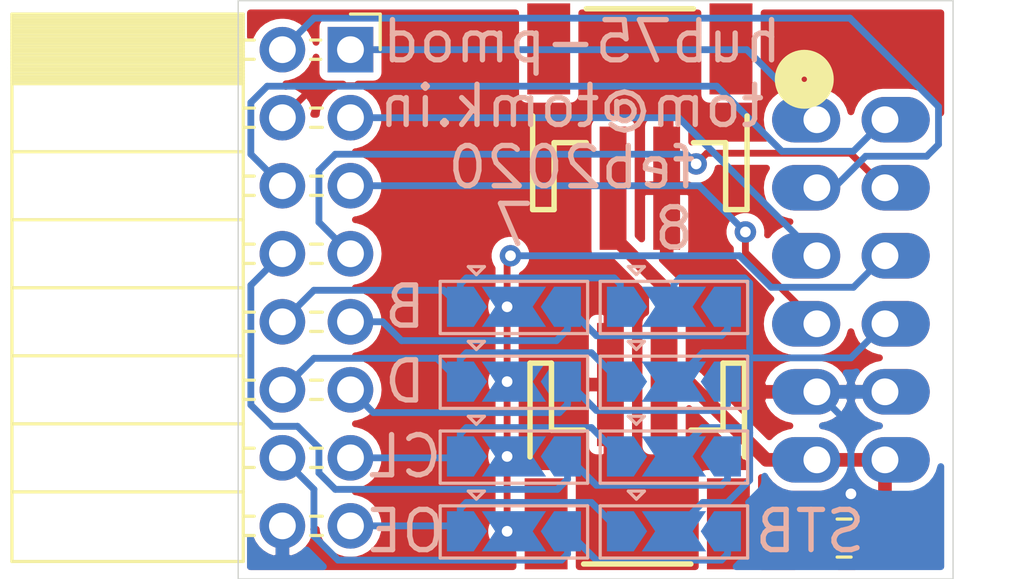
<source format=kicad_pcb>
(kicad_pcb (version 20171130) (host pcbnew 5.1.4+dfsg1-1)

  (general
    (thickness 1.6)
    (drawings 14)
    (tracks 157)
    (zones 0)
    (modules 13)
    (nets 19)
  )

  (page A4)
  (layers
    (0 F.Cu signal)
    (31 B.Cu signal)
    (32 B.Adhes user)
    (33 F.Adhes user)
    (34 B.Paste user)
    (35 F.Paste user)
    (36 B.SilkS user)
    (37 F.SilkS user)
    (38 B.Mask user)
    (39 F.Mask user)
    (40 Dwgs.User user hide)
    (41 Cmts.User user hide)
    (42 Eco1.User user hide)
    (43 Eco2.User user hide)
    (44 Edge.Cuts user)
    (45 Margin user)
    (46 B.CrtYd user)
    (47 F.CrtYd user)
    (48 B.Fab user hide)
    (49 F.Fab user hide)
  )

  (setup
    (last_trace_width 0.254)
    (user_trace_width 0.254)
    (user_trace_width 0.508)
    (trace_clearance 0.2)
    (zone_clearance 0.3048)
    (zone_45_only no)
    (trace_min 0.2)
    (via_size 0.8)
    (via_drill 0.4)
    (via_min_size 0.4)
    (via_min_drill 0.3)
    (uvia_size 0.3)
    (uvia_drill 0.1)
    (uvias_allowed no)
    (uvia_min_size 0.2)
    (uvia_min_drill 0.1)
    (edge_width 0.05)
    (segment_width 0.2)
    (pcb_text_width 0.3)
    (pcb_text_size 1.5 1.5)
    (mod_edge_width 0.12)
    (mod_text_size 1 1)
    (mod_text_width 0.15)
    (pad_size 1.524 1.524)
    (pad_drill 0.762)
    (pad_to_mask_clearance 0.051)
    (solder_mask_min_width 0.25)
    (aux_axis_origin 0 0)
    (visible_elements FFFFFF7F)
    (pcbplotparams
      (layerselection 0x010fc_ffffffff)
      (usegerberextensions false)
      (usegerberattributes false)
      (usegerberadvancedattributes false)
      (creategerberjobfile false)
      (excludeedgelayer true)
      (linewidth 0.100000)
      (plotframeref false)
      (viasonmask false)
      (mode 1)
      (useauxorigin false)
      (hpglpennumber 1)
      (hpglpenspeed 20)
      (hpglpendiameter 15.000000)
      (psnegative false)
      (psa4output false)
      (plotreference true)
      (plotvalue true)
      (plotinvisibletext false)
      (padsonsilk false)
      (subtractmaskfromsilk false)
      (outputformat 1)
      (mirror false)
      (drillshape 1)
      (scaleselection 1)
      (outputdirectory ""))
  )

  (net 0 "")
  (net 1 GND)
  (net 2 +3V3)
  (net 3 OE)
  (net 4 STB)
  (net 5 CLK)
  (net 6 D)
  (net 7 C)
  (net 8 B)
  (net 9 A)
  (net 10 E)
  (net 11 B1)
  (net 12 G1)
  (net 13 R1)
  (net 14 B0)
  (net 15 G0)
  (net 16 R0)
  (net 17 /PMOD8)
  (net 18 /PMOD7)

  (net_class Default "This is the default net class."
    (clearance 0.2)
    (trace_width 0.25)
    (via_dia 0.8)
    (via_drill 0.4)
    (uvia_dia 0.3)
    (uvia_drill 0.1)
    (add_net +3V3)
    (add_net /PMOD7)
    (add_net /PMOD8)
    (add_net A)
    (add_net B)
    (add_net B0)
    (add_net B1)
    (add_net C)
    (add_net CLK)
    (add_net D)
    (add_net E)
    (add_net G0)
    (add_net G1)
    (add_net GND)
    (add_net OE)
    (add_net R0)
    (add_net R1)
    (add_net STB)
  )

  (module tom-mechanical:SolderJumper-3_P2.0mm_Open_TrianglePad1.0x1.5mm (layer B.Cu) (tedit 5A64803D) (tstamp 5E3614EA)
    (at 59.69 51.181)
    (descr "SMD Solder Jumper, 1x1.5mm Triangular Pads, 0.3mm gap, open")
    (tags "solder jumper open")
    (path /5E3AFDD2)
    (attr virtual)
    (fp_text reference JP8 (at 0.725 1.775) (layer B.SilkS) hide
      (effects (font (size 1 1) (thickness 0.15)) (justify mirror))
    )
    (fp_text value JUMPER3 (at 0.725 -1.925) (layer B.Fab) hide
      (effects (font (size 1 1) (thickness 0.15)) (justify mirror))
    )
    (fp_line (start 3 -1.25) (end -2.98 -1.25) (layer B.CrtYd) (width 0.05))
    (fp_line (start 3 -1.25) (end 3 1.27) (layer B.CrtYd) (width 0.05))
    (fp_line (start -2.98 1.27) (end -2.98 -1.25) (layer B.CrtYd) (width 0.05))
    (fp_line (start -2.98 1.27) (end 3 1.27) (layer B.CrtYd) (width 0.05))
    (fp_line (start -2.75 1) (end 2.75 1) (layer B.SilkS) (width 0.12))
    (fp_line (start 2.75 1) (end 2.75 -0.95) (layer B.SilkS) (width 0.12))
    (fp_line (start 2.75 -0.95) (end -2.75 -0.95) (layer B.SilkS) (width 0.12))
    (fp_line (start -2.75 -0.95) (end -2.75 1) (layer B.SilkS) (width 0.12))
    (fp_line (start -1.4 -1.2) (end -1.7 -1.5) (layer B.SilkS) (width 0.12))
    (fp_line (start -1.7 -1.5) (end -1.1 -1.5) (layer B.SilkS) (width 0.12))
    (fp_line (start -1.1 -1.5) (end -1.4 -1.2) (layer B.SilkS) (width 0.12))
    (pad 3 smd custom (at 2 0 180) (size 0.3 0.3) (layers B.Cu B.Mask)
      (net 4 STB) (zone_connect 2)
      (options (clearance outline) (anchor rect))
      (primitives
        (gr_poly (pts
           (xy -0.5 0.75) (xy 0.5 0.75) (xy 1 0) (xy 0.5 -0.75) (xy -0.5 -0.75)
) (width 0))
      ))
    (pad 2 smd custom (at 0 0) (size 0.3 0.3) (layers B.Cu)
      (net 17 /PMOD8) (zone_connect 2)
      (options (clearance outline) (anchor rect))
      (primitives
        (gr_poly (pts
           (xy -1.2 0.75) (xy 1.2 0.75) (xy 0.7 0) (xy 1.2 -0.75) (xy -1.2 -0.75)
           (xy -0.7 0)) (width 0))
      ))
    (pad 1 smd custom (at -2 0) (size 0.3 0.3) (layers B.Cu B.Mask)
      (net 3 OE) (zone_connect 2)
      (options (clearance outline) (anchor rect))
      (primitives
        (gr_poly (pts
           (xy -0.5 0.75) (xy 0.5 0.75) (xy 1 0) (xy 0.5 -0.75) (xy -0.5 -0.75)
) (width 0))
      ))
    (pad "" smd rect (at -1.2 0) (size 1.5 1.5) (layers B.Mask))
    (pad "" smd rect (at 1.2 0) (size 1.5 1.5) (layers B.Mask))
  )

  (module tom-mechanical:SolderJumper-3_P2.0mm_Open_TrianglePad1.0x1.5mm (layer B.Cu) (tedit 5A64803D) (tstamp 5E3627A5)
    (at 59.69 48.387)
    (descr "SMD Solder Jumper, 1x1.5mm Triangular Pads, 0.3mm gap, open")
    (tags "solder jumper open")
    (path /5E3AFDC8)
    (attr virtual)
    (fp_text reference JP7 (at 0.725 1.775) (layer B.SilkS) hide
      (effects (font (size 1 1) (thickness 0.15)) (justify mirror))
    )
    (fp_text value JUMPER3 (at 0.725 -1.925) (layer B.Fab) hide
      (effects (font (size 1 1) (thickness 0.15)) (justify mirror))
    )
    (fp_line (start 3 -1.25) (end -2.98 -1.25) (layer B.CrtYd) (width 0.05))
    (fp_line (start 3 -1.25) (end 3 1.27) (layer B.CrtYd) (width 0.05))
    (fp_line (start -2.98 1.27) (end -2.98 -1.25) (layer B.CrtYd) (width 0.05))
    (fp_line (start -2.98 1.27) (end 3 1.27) (layer B.CrtYd) (width 0.05))
    (fp_line (start -2.75 1) (end 2.75 1) (layer B.SilkS) (width 0.12))
    (fp_line (start 2.75 1) (end 2.75 -0.95) (layer B.SilkS) (width 0.12))
    (fp_line (start 2.75 -0.95) (end -2.75 -0.95) (layer B.SilkS) (width 0.12))
    (fp_line (start -2.75 -0.95) (end -2.75 1) (layer B.SilkS) (width 0.12))
    (fp_line (start -1.4 -1.2) (end -1.7 -1.5) (layer B.SilkS) (width 0.12))
    (fp_line (start -1.7 -1.5) (end -1.1 -1.5) (layer B.SilkS) (width 0.12))
    (fp_line (start -1.1 -1.5) (end -1.4 -1.2) (layer B.SilkS) (width 0.12))
    (pad 3 smd custom (at 2 0 180) (size 0.3 0.3) (layers B.Cu B.Mask)
      (net 10 E) (zone_connect 2)
      (options (clearance outline) (anchor rect))
      (primitives
        (gr_poly (pts
           (xy -0.5 0.75) (xy 0.5 0.75) (xy 1 0) (xy 0.5 -0.75) (xy -0.5 -0.75)
) (width 0))
      ))
    (pad 2 smd custom (at 0 0) (size 0.3 0.3) (layers B.Cu)
      (net 17 /PMOD8) (zone_connect 2)
      (options (clearance outline) (anchor rect))
      (primitives
        (gr_poly (pts
           (xy -1.2 0.75) (xy 1.2 0.75) (xy 0.7 0) (xy 1.2 -0.75) (xy -1.2 -0.75)
           (xy -0.7 0)) (width 0))
      ))
    (pad 1 smd custom (at -2 0) (size 0.3 0.3) (layers B.Cu B.Mask)
      (net 5 CLK) (zone_connect 2)
      (options (clearance outline) (anchor rect))
      (primitives
        (gr_poly (pts
           (xy -0.5 0.75) (xy 0.5 0.75) (xy 1 0) (xy 0.5 -0.75) (xy -0.5 -0.75)
) (width 0))
      ))
    (pad "" smd rect (at -1.2 0) (size 1.5 1.5) (layers B.Mask))
    (pad "" smd rect (at 1.2 0) (size 1.5 1.5) (layers B.Mask))
  )

  (module tom-mechanical:SolderJumper-3_P2.0mm_Open_TrianglePad1.0x1.5mm (layer B.Cu) (tedit 5A64803D) (tstamp 5E361406)
    (at 59.69 45.593)
    (descr "SMD Solder Jumper, 1x1.5mm Triangular Pads, 0.3mm gap, open")
    (tags "solder jumper open")
    (path /5E3AFDBE)
    (attr virtual)
    (fp_text reference JP6 (at 0.725 1.775) (layer B.SilkS) hide
      (effects (font (size 1 1) (thickness 0.15)) (justify mirror))
    )
    (fp_text value JUMPER3 (at 0.725 -1.925) (layer B.Fab) hide
      (effects (font (size 1 1) (thickness 0.15)) (justify mirror))
    )
    (fp_line (start 3 -1.25) (end -2.98 -1.25) (layer B.CrtYd) (width 0.05))
    (fp_line (start 3 -1.25) (end 3 1.27) (layer B.CrtYd) (width 0.05))
    (fp_line (start -2.98 1.27) (end -2.98 -1.25) (layer B.CrtYd) (width 0.05))
    (fp_line (start -2.98 1.27) (end 3 1.27) (layer B.CrtYd) (width 0.05))
    (fp_line (start -2.75 1) (end 2.75 1) (layer B.SilkS) (width 0.12))
    (fp_line (start 2.75 1) (end 2.75 -0.95) (layer B.SilkS) (width 0.12))
    (fp_line (start 2.75 -0.95) (end -2.75 -0.95) (layer B.SilkS) (width 0.12))
    (fp_line (start -2.75 -0.95) (end -2.75 1) (layer B.SilkS) (width 0.12))
    (fp_line (start -1.4 -1.2) (end -1.7 -1.5) (layer B.SilkS) (width 0.12))
    (fp_line (start -1.7 -1.5) (end -1.1 -1.5) (layer B.SilkS) (width 0.12))
    (fp_line (start -1.1 -1.5) (end -1.4 -1.2) (layer B.SilkS) (width 0.12))
    (pad 3 smd custom (at 2 0 180) (size 0.3 0.3) (layers B.Cu B.Mask)
      (net 7 C) (zone_connect 2)
      (options (clearance outline) (anchor rect))
      (primitives
        (gr_poly (pts
           (xy -0.5 0.75) (xy 0.5 0.75) (xy 1 0) (xy 0.5 -0.75) (xy -0.5 -0.75)
) (width 0))
      ))
    (pad 2 smd custom (at 0 0) (size 0.3 0.3) (layers B.Cu)
      (net 17 /PMOD8) (zone_connect 2)
      (options (clearance outline) (anchor rect))
      (primitives
        (gr_poly (pts
           (xy -1.2 0.75) (xy 1.2 0.75) (xy 0.7 0) (xy 1.2 -0.75) (xy -1.2 -0.75)
           (xy -0.7 0)) (width 0))
      ))
    (pad 1 smd custom (at -2 0) (size 0.3 0.3) (layers B.Cu B.Mask)
      (net 6 D) (zone_connect 2)
      (options (clearance outline) (anchor rect))
      (primitives
        (gr_poly (pts
           (xy -0.5 0.75) (xy 0.5 0.75) (xy 1 0) (xy 0.5 -0.75) (xy -0.5 -0.75)
) (width 0))
      ))
    (pad "" smd rect (at -1.2 0) (size 1.5 1.5) (layers B.Mask))
    (pad "" smd rect (at 1.2 0) (size 1.5 1.5) (layers B.Mask))
  )

  (module tom-mechanical:SolderJumper-3_P2.0mm_Open_TrianglePad1.0x1.5mm (layer B.Cu) (tedit 5A64803D) (tstamp 5E361523)
    (at 59.69 42.799)
    (descr "SMD Solder Jumper, 1x1.5mm Triangular Pads, 0.3mm gap, open")
    (tags "solder jumper open")
    (path /5E3AFDB4)
    (attr virtual)
    (fp_text reference JP5 (at 0.725 1.775) (layer B.SilkS) hide
      (effects (font (size 1 1) (thickness 0.15)) (justify mirror))
    )
    (fp_text value JUMPER3 (at 0.725 -1.925) (layer B.Fab) hide
      (effects (font (size 1 1) (thickness 0.15)) (justify mirror))
    )
    (fp_line (start 3 -1.25) (end -2.98 -1.25) (layer B.CrtYd) (width 0.05))
    (fp_line (start 3 -1.25) (end 3 1.27) (layer B.CrtYd) (width 0.05))
    (fp_line (start -2.98 1.27) (end -2.98 -1.25) (layer B.CrtYd) (width 0.05))
    (fp_line (start -2.98 1.27) (end 3 1.27) (layer B.CrtYd) (width 0.05))
    (fp_line (start -2.75 1) (end 2.75 1) (layer B.SilkS) (width 0.12))
    (fp_line (start 2.75 1) (end 2.75 -0.95) (layer B.SilkS) (width 0.12))
    (fp_line (start 2.75 -0.95) (end -2.75 -0.95) (layer B.SilkS) (width 0.12))
    (fp_line (start -2.75 -0.95) (end -2.75 1) (layer B.SilkS) (width 0.12))
    (fp_line (start -1.4 -1.2) (end -1.7 -1.5) (layer B.SilkS) (width 0.12))
    (fp_line (start -1.7 -1.5) (end -1.1 -1.5) (layer B.SilkS) (width 0.12))
    (fp_line (start -1.1 -1.5) (end -1.4 -1.2) (layer B.SilkS) (width 0.12))
    (pad 3 smd custom (at 2 0 180) (size 0.3 0.3) (layers B.Cu B.Mask)
      (net 9 A) (zone_connect 2)
      (options (clearance outline) (anchor rect))
      (primitives
        (gr_poly (pts
           (xy -0.5 0.75) (xy 0.5 0.75) (xy 1 0) (xy 0.5 -0.75) (xy -0.5 -0.75)
) (width 0))
      ))
    (pad 2 smd custom (at 0 0) (size 0.3 0.3) (layers B.Cu)
      (net 17 /PMOD8) (zone_connect 2)
      (options (clearance outline) (anchor rect))
      (primitives
        (gr_poly (pts
           (xy -1.2 0.75) (xy 1.2 0.75) (xy 0.7 0) (xy 1.2 -0.75) (xy -1.2 -0.75)
           (xy -0.7 0)) (width 0))
      ))
    (pad 1 smd custom (at -2 0) (size 0.3 0.3) (layers B.Cu B.Mask)
      (net 8 B) (zone_connect 2)
      (options (clearance outline) (anchor rect))
      (primitives
        (gr_poly (pts
           (xy -0.5 0.75) (xy 0.5 0.75) (xy 1 0) (xy 0.5 -0.75) (xy -0.5 -0.75)
) (width 0))
      ))
    (pad "" smd rect (at -1.2 0) (size 1.5 1.5) (layers B.Mask))
    (pad "" smd rect (at 1.2 0) (size 1.5 1.5) (layers B.Mask))
  )

  (module tom-mechanical:SolderJumper-3_P2.0mm_Open_TrianglePad1.0x1.5mm (layer B.Cu) (tedit 5A64803D) (tstamp 5E361FDA)
    (at 53.721 51.181)
    (descr "SMD Solder Jumper, 1x1.5mm Triangular Pads, 0.3mm gap, open")
    (tags "solder jumper open")
    (path /5E3A9821)
    (attr virtual)
    (fp_text reference JP4 (at 0.725 1.775) (layer B.SilkS) hide
      (effects (font (size 1 1) (thickness 0.15)) (justify mirror))
    )
    (fp_text value JUMPER3 (at 0.725 -1.925) (layer B.Fab) hide
      (effects (font (size 1 1) (thickness 0.15)) (justify mirror))
    )
    (fp_line (start 3 -1.25) (end -2.98 -1.25) (layer B.CrtYd) (width 0.05))
    (fp_line (start 3 -1.25) (end 3 1.27) (layer B.CrtYd) (width 0.05))
    (fp_line (start -2.98 1.27) (end -2.98 -1.25) (layer B.CrtYd) (width 0.05))
    (fp_line (start -2.98 1.27) (end 3 1.27) (layer B.CrtYd) (width 0.05))
    (fp_line (start -2.75 1) (end 2.75 1) (layer B.SilkS) (width 0.12))
    (fp_line (start 2.75 1) (end 2.75 -0.95) (layer B.SilkS) (width 0.12))
    (fp_line (start 2.75 -0.95) (end -2.75 -0.95) (layer B.SilkS) (width 0.12))
    (fp_line (start -2.75 -0.95) (end -2.75 1) (layer B.SilkS) (width 0.12))
    (fp_line (start -1.4 -1.2) (end -1.7 -1.5) (layer B.SilkS) (width 0.12))
    (fp_line (start -1.7 -1.5) (end -1.1 -1.5) (layer B.SilkS) (width 0.12))
    (fp_line (start -1.1 -1.5) (end -1.4 -1.2) (layer B.SilkS) (width 0.12))
    (pad 3 smd custom (at 2 0 180) (size 0.3 0.3) (layers B.Cu B.Mask)
      (net 4 STB) (zone_connect 2)
      (options (clearance outline) (anchor rect))
      (primitives
        (gr_poly (pts
           (xy -0.5 0.75) (xy 0.5 0.75) (xy 1 0) (xy 0.5 -0.75) (xy -0.5 -0.75)
) (width 0))
      ))
    (pad 2 smd custom (at 0 0) (size 0.3 0.3) (layers B.Cu)
      (net 18 /PMOD7) (zone_connect 2)
      (options (clearance outline) (anchor rect))
      (primitives
        (gr_poly (pts
           (xy -1.2 0.75) (xy 1.2 0.75) (xy 0.7 0) (xy 1.2 -0.75) (xy -1.2 -0.75)
           (xy -0.7 0)) (width 0))
      ))
    (pad 1 smd custom (at -2 0) (size 0.3 0.3) (layers B.Cu B.Mask)
      (net 3 OE) (zone_connect 2)
      (options (clearance outline) (anchor rect))
      (primitives
        (gr_poly (pts
           (xy -0.5 0.75) (xy 0.5 0.75) (xy 1 0) (xy 0.5 -0.75) (xy -0.5 -0.75)
) (width 0))
      ))
    (pad "" smd rect (at -1.2 0) (size 1.5 1.5) (layers B.Mask))
    (pad "" smd rect (at 1.2 0) (size 1.5 1.5) (layers B.Mask))
  )

  (module tom-mechanical:SolderJumper-3_P2.0mm_Open_TrianglePad1.0x1.5mm (layer B.Cu) (tedit 5A64803D) (tstamp 5E3626F7)
    (at 53.721 48.387)
    (descr "SMD Solder Jumper, 1x1.5mm Triangular Pads, 0.3mm gap, open")
    (tags "solder jumper open")
    (path /5E3A70AE)
    (attr virtual)
    (fp_text reference JP3 (at 0.725 1.775) (layer B.SilkS) hide
      (effects (font (size 1 1) (thickness 0.15)) (justify mirror))
    )
    (fp_text value JUMPER3 (at 0.725 -1.925) (layer B.Fab) hide
      (effects (font (size 1 1) (thickness 0.15)) (justify mirror))
    )
    (fp_line (start 3 -1.25) (end -2.98 -1.25) (layer B.CrtYd) (width 0.05))
    (fp_line (start 3 -1.25) (end 3 1.27) (layer B.CrtYd) (width 0.05))
    (fp_line (start -2.98 1.27) (end -2.98 -1.25) (layer B.CrtYd) (width 0.05))
    (fp_line (start -2.98 1.27) (end 3 1.27) (layer B.CrtYd) (width 0.05))
    (fp_line (start -2.75 1) (end 2.75 1) (layer B.SilkS) (width 0.12))
    (fp_line (start 2.75 1) (end 2.75 -0.95) (layer B.SilkS) (width 0.12))
    (fp_line (start 2.75 -0.95) (end -2.75 -0.95) (layer B.SilkS) (width 0.12))
    (fp_line (start -2.75 -0.95) (end -2.75 1) (layer B.SilkS) (width 0.12))
    (fp_line (start -1.4 -1.2) (end -1.7 -1.5) (layer B.SilkS) (width 0.12))
    (fp_line (start -1.7 -1.5) (end -1.1 -1.5) (layer B.SilkS) (width 0.12))
    (fp_line (start -1.1 -1.5) (end -1.4 -1.2) (layer B.SilkS) (width 0.12))
    (pad 3 smd custom (at 2 0 180) (size 0.3 0.3) (layers B.Cu B.Mask)
      (net 10 E) (zone_connect 2)
      (options (clearance outline) (anchor rect))
      (primitives
        (gr_poly (pts
           (xy -0.5 0.75) (xy 0.5 0.75) (xy 1 0) (xy 0.5 -0.75) (xy -0.5 -0.75)
) (width 0))
      ))
    (pad 2 smd custom (at 0 0) (size 0.3 0.3) (layers B.Cu)
      (net 18 /PMOD7) (zone_connect 2)
      (options (clearance outline) (anchor rect))
      (primitives
        (gr_poly (pts
           (xy -1.2 0.75) (xy 1.2 0.75) (xy 0.7 0) (xy 1.2 -0.75) (xy -1.2 -0.75)
           (xy -0.7 0)) (width 0))
      ))
    (pad 1 smd custom (at -2 0) (size 0.3 0.3) (layers B.Cu B.Mask)
      (net 5 CLK) (zone_connect 2)
      (options (clearance outline) (anchor rect))
      (primitives
        (gr_poly (pts
           (xy -0.5 0.75) (xy 0.5 0.75) (xy 1 0) (xy 0.5 -0.75) (xy -0.5 -0.75)
) (width 0))
      ))
    (pad "" smd rect (at -1.2 0) (size 1.5 1.5) (layers B.Mask))
    (pad "" smd rect (at 1.2 0) (size 1.5 1.5) (layers B.Mask))
  )

  (module tom-mechanical:SolderJumper-3_P2.0mm_Open_TrianglePad1.0x1.5mm (layer B.Cu) (tedit 5A64803D) (tstamp 5E36263D)
    (at 53.721 45.593)
    (descr "SMD Solder Jumper, 1x1.5mm Triangular Pads, 0.3mm gap, open")
    (tags "solder jumper open")
    (path /5E3A4D2F)
    (attr virtual)
    (fp_text reference JP2 (at 0.725 1.775) (layer B.SilkS) hide
      (effects (font (size 1 1) (thickness 0.15)) (justify mirror))
    )
    (fp_text value JUMPER3 (at 0.725 -1.925) (layer B.Fab) hide
      (effects (font (size 1 1) (thickness 0.15)) (justify mirror))
    )
    (fp_line (start 3 -1.25) (end -2.98 -1.25) (layer B.CrtYd) (width 0.05))
    (fp_line (start 3 -1.25) (end 3 1.27) (layer B.CrtYd) (width 0.05))
    (fp_line (start -2.98 1.27) (end -2.98 -1.25) (layer B.CrtYd) (width 0.05))
    (fp_line (start -2.98 1.27) (end 3 1.27) (layer B.CrtYd) (width 0.05))
    (fp_line (start -2.75 1) (end 2.75 1) (layer B.SilkS) (width 0.12))
    (fp_line (start 2.75 1) (end 2.75 -0.95) (layer B.SilkS) (width 0.12))
    (fp_line (start 2.75 -0.95) (end -2.75 -0.95) (layer B.SilkS) (width 0.12))
    (fp_line (start -2.75 -0.95) (end -2.75 1) (layer B.SilkS) (width 0.12))
    (fp_line (start -1.4 -1.2) (end -1.7 -1.5) (layer B.SilkS) (width 0.12))
    (fp_line (start -1.7 -1.5) (end -1.1 -1.5) (layer B.SilkS) (width 0.12))
    (fp_line (start -1.1 -1.5) (end -1.4 -1.2) (layer B.SilkS) (width 0.12))
    (pad 3 smd custom (at 2 0 180) (size 0.3 0.3) (layers B.Cu B.Mask)
      (net 7 C) (zone_connect 2)
      (options (clearance outline) (anchor rect))
      (primitives
        (gr_poly (pts
           (xy -0.5 0.75) (xy 0.5 0.75) (xy 1 0) (xy 0.5 -0.75) (xy -0.5 -0.75)
) (width 0))
      ))
    (pad 2 smd custom (at 0 0) (size 0.3 0.3) (layers B.Cu)
      (net 18 /PMOD7) (zone_connect 2)
      (options (clearance outline) (anchor rect))
      (primitives
        (gr_poly (pts
           (xy -1.2 0.75) (xy 1.2 0.75) (xy 0.7 0) (xy 1.2 -0.75) (xy -1.2 -0.75)
           (xy -0.7 0)) (width 0))
      ))
    (pad 1 smd custom (at -2 0) (size 0.3 0.3) (layers B.Cu B.Mask)
      (net 6 D) (zone_connect 2)
      (options (clearance outline) (anchor rect))
      (primitives
        (gr_poly (pts
           (xy -0.5 0.75) (xy 0.5 0.75) (xy 1 0) (xy 0.5 -0.75) (xy -0.5 -0.75)
) (width 0))
      ))
    (pad "" smd rect (at -1.2 0) (size 1.5 1.5) (layers B.Mask))
    (pad "" smd rect (at 1.2 0) (size 1.5 1.5) (layers B.Mask))
  )

  (module tom-mechanical:SolderJumper-3_P2.0mm_Open_TrianglePad1.0x1.5mm (layer B.Cu) (tedit 5A64803D) (tstamp 5E362972)
    (at 53.721 42.799)
    (descr "SMD Solder Jumper, 1x1.5mm Triangular Pads, 0.3mm gap, open")
    (tags "solder jumper open")
    (path /5E3A25F6)
    (attr virtual)
    (fp_text reference JP1 (at 0.725 1.775 180) (layer B.SilkS) hide
      (effects (font (size 1 1) (thickness 0.15)) (justify mirror))
    )
    (fp_text value JUMPER3 (at 0.725 -1.925 180) (layer B.Fab) hide
      (effects (font (size 1 1) (thickness 0.15)) (justify mirror))
    )
    (fp_line (start 3 -1.25) (end -2.98 -1.25) (layer B.CrtYd) (width 0.05))
    (fp_line (start 3 -1.25) (end 3 1.27) (layer B.CrtYd) (width 0.05))
    (fp_line (start -2.98 1.27) (end -2.98 -1.25) (layer B.CrtYd) (width 0.05))
    (fp_line (start -2.98 1.27) (end 3 1.27) (layer B.CrtYd) (width 0.05))
    (fp_line (start -2.75 1) (end 2.75 1) (layer B.SilkS) (width 0.12))
    (fp_line (start 2.75 1) (end 2.75 -0.95) (layer B.SilkS) (width 0.12))
    (fp_line (start 2.75 -0.95) (end -2.75 -0.95) (layer B.SilkS) (width 0.12))
    (fp_line (start -2.75 -0.95) (end -2.75 1) (layer B.SilkS) (width 0.12))
    (fp_line (start -1.4 -1.2) (end -1.7 -1.5) (layer B.SilkS) (width 0.12))
    (fp_line (start -1.7 -1.5) (end -1.1 -1.5) (layer B.SilkS) (width 0.12))
    (fp_line (start -1.1 -1.5) (end -1.4 -1.2) (layer B.SilkS) (width 0.12))
    (pad 3 smd custom (at 2 0 180) (size 0.3 0.3) (layers B.Cu B.Mask)
      (net 9 A) (zone_connect 2)
      (options (clearance outline) (anchor rect))
      (primitives
        (gr_poly (pts
           (xy -0.5 0.75) (xy 0.5 0.75) (xy 1 0) (xy 0.5 -0.75) (xy -0.5 -0.75)
) (width 0))
      ))
    (pad 2 smd custom (at 0 0) (size 0.3 0.3) (layers B.Cu)
      (net 18 /PMOD7) (zone_connect 2)
      (options (clearance outline) (anchor rect))
      (primitives
        (gr_poly (pts
           (xy -1.2 0.75) (xy 1.2 0.75) (xy 0.7 0) (xy 1.2 -0.75) (xy -1.2 -0.75)
           (xy -0.7 0)) (width 0))
      ))
    (pad 1 smd custom (at -2 0) (size 0.3 0.3) (layers B.Cu B.Mask)
      (net 8 B) (zone_connect 2)
      (options (clearance outline) (anchor rect))
      (primitives
        (gr_poly (pts
           (xy -0.5 0.75) (xy 0.5 0.75) (xy 1 0) (xy 0.5 -0.75) (xy -0.5 -0.75)
) (width 0))
      ))
    (pad "" smd rect (at -1.2 0) (size 1.5 1.5) (layers B.Mask))
    (pad "" smd rect (at 1.2 0) (size 1.5 1.5) (layers B.Mask))
  )

  (module tom-connectors:JST-2-SMD (layer F.Cu) (tedit 0) (tstamp 5E36273E)
    (at 58.322 49.403 180)
    (descr "<h3>JST-Right Angle Male Header SMT</h3>\n<p>Specifications:\n<ul><li>Pin count: 2</li>\n<li>Pin pitch: 2mm</li>\n</ul></p>\n<p><a href=”http://www.4uconnector.com/online/object/4udrawing/20404.pdf”>Datasheet referenced for footprint</a></p>\n<p>Example device(s):\n<ul><li>CONN_02</li>\n<li>JST_2MM_MALE</li>\n</ul></p>")
    (path /5E35D3BC)
    (fp_text reference J4 (at -1.397 -1.778 270) (layer F.SilkS) hide
      (effects (font (size 1.6891 1.6891) (thickness 0.16891)) (justify right bottom))
    )
    (fp_text value Conn_01x02 (at -1.651 -0.635 180) (layer F.Fab) hide
      (effects (font (size 0.57912 0.57912) (thickness 0.115824)) (justify right bottom))
    )
    (fp_line (start 2 -3) (end -2 -3) (layer F.SilkS) (width 0.2032))
    (fp_line (start 4 4.5) (end 4 1) (layer F.SilkS) (width 0.2032))
    (fp_line (start 3.2 4.5) (end 4 4.5) (layer F.SilkS) (width 0.2032))
    (fp_line (start 3.2 2) (end 3.2 4.5) (layer F.SilkS) (width 0.2032))
    (fp_line (start 2 2) (end 3.2 2) (layer F.SilkS) (width 0.2032))
    (fp_line (start -3.2 2) (end -2 2) (layer F.SilkS) (width 0.2032))
    (fp_line (start -3.2 4.5) (end -3.2 2) (layer F.SilkS) (width 0.2032))
    (fp_line (start -4 4.5) (end -3.2 4.5) (layer F.SilkS) (width 0.2032))
    (fp_line (start -4 1) (end -4 4.5) (layer F.SilkS) (width 0.2032))
    (pad NC2 smd rect (at 3.4 -1.5 270) (size 3.4 1.6) (layers F.Cu F.Paste F.Mask)
      (solder_mask_margin 0.0508))
    (pad NC1 smd rect (at -3.4 -1.5 270) (size 3.4 1.6) (layers F.Cu F.Paste F.Mask)
      (solder_mask_margin 0.0508))
    (pad 2 smd rect (at 1 3.7 180) (size 1 4.6) (layers F.Cu F.Paste F.Mask)
      (net 1 GND) (solder_mask_margin 0.0508))
    (pad 1 smd rect (at -1 3.7 180) (size 1 4.6) (layers F.Cu F.Paste F.Mask)
      (net 2 +3V3) (solder_mask_margin 0.0508))
  )

  (module tom-connectors:PMOD_2X6_PTH_RA_SOCKET (layer F.Cu) (tedit 5DD5F516) (tstamp 5E36222E)
    (at 66.294 42.164 90)
    (path /5E363AE2)
    (attr smd)
    (fp_text reference J3 (at 0 0 90) (layer F.SilkS) hide
      (effects (font (size 1 1) (thickness 0.15)))
    )
    (fp_text value PMOD-2x6-FEMALE (at 0 0 90) (layer F.SilkS) hide
      (effects (font (size 1 1) (thickness 0.15)))
    )
    (fp_circle (center 7.86 -1.74) (end 7.96 -1.74) (layer F.SilkS) (width 1))
    (fp_line (start 0 6.35) (end -1.27 5.08) (layer Dwgs.User) (width 0.254))
    (fp_line (start 1.27 5.08) (end 0 6.35) (layer Dwgs.User) (width 0.254))
    (fp_line (start 0 6.35) (end -8.89 6.35) (layer Dwgs.User) (width 0.254))
    (fp_line (start 8.89 6.35) (end 0 6.35) (layer Dwgs.User) (width 0.254))
    (pad 12 thru_hole oval (at -6.35 1.27) (size 2.54 1.7) (drill 1 (offset 0.4 0)) (layers *.Cu *.Mask)
      (net 2 +3V3))
    (pad 6 thru_hole oval (at -6.35 -1.27) (size 2.54 1.7) (drill 1 (offset -0.4 0)) (layers *.Cu *.Mask)
      (net 2 +3V3))
    (pad 11 thru_hole oval (at -3.81 1.27) (size 2.54 1.7) (drill 1 (offset 0.4 0)) (layers *.Cu *.Mask)
      (net 1 GND))
    (pad 5 thru_hole oval (at -3.81 -1.27) (size 2.54 1.7) (drill 1 (offset -0.4 0)) (layers *.Cu *.Mask)
      (net 1 GND))
    (pad 10 thru_hole oval (at -1.27 1.27) (size 2.54 1.7) (drill 1 (offset 0.4 0)) (layers *.Cu *.Mask)
      (net 17 /PMOD8))
    (pad 4 thru_hole oval (at -1.27 -1.27) (size 2.54 1.7) (drill 1 (offset -0.4 0)) (layers *.Cu *.Mask)
      (net 13 R1))
    (pad 9 thru_hole oval (at 1.27 1.27) (size 2.54 1.7) (drill 1 (offset 0.4 0)) (layers *.Cu *.Mask)
      (net 18 /PMOD7))
    (pad 3 thru_hole oval (at 1.27 -1.27) (size 2.54 1.7) (drill 1 (offset -0.4 0)) (layers *.Cu *.Mask)
      (net 14 B0))
    (pad 8 thru_hole oval (at 3.81 1.27) (size 2.54 1.7) (drill 1 (offset 0.4 0)) (layers *.Cu *.Mask)
      (net 11 B1))
    (pad 2 thru_hole oval (at 3.81 -1.27) (size 2.54 1.7) (drill 1 (offset -0.4 0)) (layers *.Cu *.Mask)
      (net 15 G0))
    (pad 7 thru_hole oval (at 6.35 1.27) (size 2.54 1.7) (drill 1 (offset 0.4 0)) (layers *.Cu *.Mask)
      (net 12 G1))
    (pad 1 thru_hole oval (at 6.35 -1.27) (size 2.54 1.7) (drill 1 (offset -0.4 0)) (layers *.Cu *.Mask)
      (net 16 R0))
    (model ${KIPRJMOD}/tom-kicad/footprints/3dmodels/SFH11-xxPC-D06-RA-BK.STEP
      (offset (xyz -6.4 11.5 3))
      (scale (xyz 1 1 1))
      (rotate (xyz 180 -90 180))
    )
  )

  (module tom-connectors:PinSocket_2x08_P2.54mm_Horizontal (layer F.Cu) (tedit 5A19A430) (tstamp 5E34F3B9)
    (at 47.624 33.199)
    (descr "Through hole angled socket strip, 2x08, 2.54mm pitch, 8.51mm socket length, double cols (from Kicad 4.0.7), script generated")
    (tags "Through hole angled socket strip THT 2x08 2.54mm double row")
    (path /5E35933B)
    (fp_text reference J2 (at -5.65 -2.77) (layer F.SilkS) hide
      (effects (font (size 1 1) (thickness 0.15)))
    )
    (fp_text value Conn_02x08_Odd_Even (at -5.65 20.55) (layer F.Fab) hide
      (effects (font (size 1 1) (thickness 0.15)))
    )
    (fp_text user %R (at -8.315 8.89 90) (layer F.Fab) hide
      (effects (font (size 1 1) (thickness 0.15)))
    )
    (fp_line (start 1.8 19.55) (end 1.8 -1.8) (layer F.CrtYd) (width 0.05))
    (fp_line (start -13.05 19.55) (end 1.8 19.55) (layer F.CrtYd) (width 0.05))
    (fp_line (start -13.05 -1.8) (end -13.05 19.55) (layer F.CrtYd) (width 0.05))
    (fp_line (start 1.8 -1.8) (end -13.05 -1.8) (layer F.CrtYd) (width 0.05))
    (fp_line (start 0 -1.33) (end 1.11 -1.33) (layer F.SilkS) (width 0.12))
    (fp_line (start 1.11 -1.33) (end 1.11 0) (layer F.SilkS) (width 0.12))
    (fp_line (start -12.63 -1.33) (end -12.63 19.11) (layer F.SilkS) (width 0.12))
    (fp_line (start -12.63 19.11) (end -4 19.11) (layer F.SilkS) (width 0.12))
    (fp_line (start -4 -1.33) (end -4 19.11) (layer F.SilkS) (width 0.12))
    (fp_line (start -12.63 -1.33) (end -4 -1.33) (layer F.SilkS) (width 0.12))
    (fp_line (start -12.63 16.51) (end -4 16.51) (layer F.SilkS) (width 0.12))
    (fp_line (start -12.63 13.97) (end -4 13.97) (layer F.SilkS) (width 0.12))
    (fp_line (start -12.63 11.43) (end -4 11.43) (layer F.SilkS) (width 0.12))
    (fp_line (start -12.63 8.89) (end -4 8.89) (layer F.SilkS) (width 0.12))
    (fp_line (start -12.63 6.35) (end -4 6.35) (layer F.SilkS) (width 0.12))
    (fp_line (start -12.63 3.81) (end -4 3.81) (layer F.SilkS) (width 0.12))
    (fp_line (start -12.63 1.27) (end -4 1.27) (layer F.SilkS) (width 0.12))
    (fp_line (start -1.49 18.14) (end -1.05 18.14) (layer F.SilkS) (width 0.12))
    (fp_line (start -4 18.14) (end -3.59 18.14) (layer F.SilkS) (width 0.12))
    (fp_line (start -1.49 17.42) (end -1.05 17.42) (layer F.SilkS) (width 0.12))
    (fp_line (start -4 17.42) (end -3.59 17.42) (layer F.SilkS) (width 0.12))
    (fp_line (start -1.49 15.6) (end -1.05 15.6) (layer F.SilkS) (width 0.12))
    (fp_line (start -4 15.6) (end -3.59 15.6) (layer F.SilkS) (width 0.12))
    (fp_line (start -1.49 14.88) (end -1.05 14.88) (layer F.SilkS) (width 0.12))
    (fp_line (start -4 14.88) (end -3.59 14.88) (layer F.SilkS) (width 0.12))
    (fp_line (start -1.49 13.06) (end -1.05 13.06) (layer F.SilkS) (width 0.12))
    (fp_line (start -4 13.06) (end -3.59 13.06) (layer F.SilkS) (width 0.12))
    (fp_line (start -1.49 12.34) (end -1.05 12.34) (layer F.SilkS) (width 0.12))
    (fp_line (start -4 12.34) (end -3.59 12.34) (layer F.SilkS) (width 0.12))
    (fp_line (start -1.49 10.52) (end -1.05 10.52) (layer F.SilkS) (width 0.12))
    (fp_line (start -4 10.52) (end -3.59 10.52) (layer F.SilkS) (width 0.12))
    (fp_line (start -1.49 9.8) (end -1.05 9.8) (layer F.SilkS) (width 0.12))
    (fp_line (start -4 9.8) (end -3.59 9.8) (layer F.SilkS) (width 0.12))
    (fp_line (start -1.49 7.98) (end -1.05 7.98) (layer F.SilkS) (width 0.12))
    (fp_line (start -4 7.98) (end -3.59 7.98) (layer F.SilkS) (width 0.12))
    (fp_line (start -1.49 7.26) (end -1.05 7.26) (layer F.SilkS) (width 0.12))
    (fp_line (start -4 7.26) (end -3.59 7.26) (layer F.SilkS) (width 0.12))
    (fp_line (start -1.49 5.44) (end -1.05 5.44) (layer F.SilkS) (width 0.12))
    (fp_line (start -4 5.44) (end -3.59 5.44) (layer F.SilkS) (width 0.12))
    (fp_line (start -1.49 4.72) (end -1.05 4.72) (layer F.SilkS) (width 0.12))
    (fp_line (start -4 4.72) (end -3.59 4.72) (layer F.SilkS) (width 0.12))
    (fp_line (start -1.49 2.9) (end -1.05 2.9) (layer F.SilkS) (width 0.12))
    (fp_line (start -4 2.9) (end -3.59 2.9) (layer F.SilkS) (width 0.12))
    (fp_line (start -1.49 2.18) (end -1.05 2.18) (layer F.SilkS) (width 0.12))
    (fp_line (start -4 2.18) (end -3.59 2.18) (layer F.SilkS) (width 0.12))
    (fp_line (start -1.49 0.36) (end -1.11 0.36) (layer F.SilkS) (width 0.12))
    (fp_line (start -4 0.36) (end -3.59 0.36) (layer F.SilkS) (width 0.12))
    (fp_line (start -1.49 -0.36) (end -1.11 -0.36) (layer F.SilkS) (width 0.12))
    (fp_line (start -4 -0.36) (end -3.59 -0.36) (layer F.SilkS) (width 0.12))
    (fp_line (start -12.63 1.1519) (end -4 1.1519) (layer F.SilkS) (width 0.12))
    (fp_line (start -12.63 1.033805) (end -4 1.033805) (layer F.SilkS) (width 0.12))
    (fp_line (start -12.63 0.91571) (end -4 0.91571) (layer F.SilkS) (width 0.12))
    (fp_line (start -12.63 0.797615) (end -4 0.797615) (layer F.SilkS) (width 0.12))
    (fp_line (start -12.63 0.67952) (end -4 0.67952) (layer F.SilkS) (width 0.12))
    (fp_line (start -12.63 0.561425) (end -4 0.561425) (layer F.SilkS) (width 0.12))
    (fp_line (start -12.63 0.44333) (end -4 0.44333) (layer F.SilkS) (width 0.12))
    (fp_line (start -12.63 0.325235) (end -4 0.325235) (layer F.SilkS) (width 0.12))
    (fp_line (start -12.63 0.20714) (end -4 0.20714) (layer F.SilkS) (width 0.12))
    (fp_line (start -12.63 0.089045) (end -4 0.089045) (layer F.SilkS) (width 0.12))
    (fp_line (start -12.63 -0.02905) (end -4 -0.02905) (layer F.SilkS) (width 0.12))
    (fp_line (start -12.63 -0.147145) (end -4 -0.147145) (layer F.SilkS) (width 0.12))
    (fp_line (start -12.63 -0.26524) (end -4 -0.26524) (layer F.SilkS) (width 0.12))
    (fp_line (start -12.63 -0.383335) (end -4 -0.383335) (layer F.SilkS) (width 0.12))
    (fp_line (start -12.63 -0.50143) (end -4 -0.50143) (layer F.SilkS) (width 0.12))
    (fp_line (start -12.63 -0.619525) (end -4 -0.619525) (layer F.SilkS) (width 0.12))
    (fp_line (start -12.63 -0.73762) (end -4 -0.73762) (layer F.SilkS) (width 0.12))
    (fp_line (start -12.63 -0.855715) (end -4 -0.855715) (layer F.SilkS) (width 0.12))
    (fp_line (start -12.63 -0.97381) (end -4 -0.97381) (layer F.SilkS) (width 0.12))
    (fp_line (start -12.63 -1.091905) (end -4 -1.091905) (layer F.SilkS) (width 0.12))
    (fp_line (start -12.63 -1.21) (end -4 -1.21) (layer F.SilkS) (width 0.12))
    (fp_line (start 0 18.08) (end 0 17.48) (layer F.Fab) (width 0.1))
    (fp_line (start -4.06 18.08) (end 0 18.08) (layer F.Fab) (width 0.1))
    (fp_line (start 0 17.48) (end -4.06 17.48) (layer F.Fab) (width 0.1))
    (fp_line (start 0 15.54) (end 0 14.94) (layer F.Fab) (width 0.1))
    (fp_line (start -4.06 15.54) (end 0 15.54) (layer F.Fab) (width 0.1))
    (fp_line (start 0 14.94) (end -4.06 14.94) (layer F.Fab) (width 0.1))
    (fp_line (start 0 13) (end 0 12.4) (layer F.Fab) (width 0.1))
    (fp_line (start -4.06 13) (end 0 13) (layer F.Fab) (width 0.1))
    (fp_line (start 0 12.4) (end -4.06 12.4) (layer F.Fab) (width 0.1))
    (fp_line (start 0 10.46) (end 0 9.86) (layer F.Fab) (width 0.1))
    (fp_line (start -4.06 10.46) (end 0 10.46) (layer F.Fab) (width 0.1))
    (fp_line (start 0 9.86) (end -4.06 9.86) (layer F.Fab) (width 0.1))
    (fp_line (start 0 7.92) (end 0 7.32) (layer F.Fab) (width 0.1))
    (fp_line (start -4.06 7.92) (end 0 7.92) (layer F.Fab) (width 0.1))
    (fp_line (start 0 7.32) (end -4.06 7.32) (layer F.Fab) (width 0.1))
    (fp_line (start 0 5.38) (end 0 4.78) (layer F.Fab) (width 0.1))
    (fp_line (start -4.06 5.38) (end 0 5.38) (layer F.Fab) (width 0.1))
    (fp_line (start 0 4.78) (end -4.06 4.78) (layer F.Fab) (width 0.1))
    (fp_line (start 0 2.84) (end 0 2.24) (layer F.Fab) (width 0.1))
    (fp_line (start -4.06 2.84) (end 0 2.84) (layer F.Fab) (width 0.1))
    (fp_line (start 0 2.24) (end -4.06 2.24) (layer F.Fab) (width 0.1))
    (fp_line (start 0 0.3) (end 0 -0.3) (layer F.Fab) (width 0.1))
    (fp_line (start -4.06 0.3) (end 0 0.3) (layer F.Fab) (width 0.1))
    (fp_line (start 0 -0.3) (end -4.06 -0.3) (layer F.Fab) (width 0.1))
    (fp_line (start -12.57 19.05) (end -12.57 -1.27) (layer F.Fab) (width 0.1))
    (fp_line (start -4.06 19.05) (end -12.57 19.05) (layer F.Fab) (width 0.1))
    (fp_line (start -4.06 -0.3) (end -4.06 19.05) (layer F.Fab) (width 0.1))
    (fp_line (start -5.03 -1.27) (end -4.06 -0.3) (layer F.Fab) (width 0.1))
    (fp_line (start -12.57 -1.27) (end -5.03 -1.27) (layer F.Fab) (width 0.1))
    (pad 16 thru_hole oval (at -2.54 17.78) (size 1.7 1.7) (drill 1) (layers *.Cu *.Mask)
      (net 1 GND))
    (pad 15 thru_hole oval (at 0 17.78) (size 1.7 1.7) (drill 1) (layers *.Cu *.Mask)
      (net 3 OE))
    (pad 14 thru_hole oval (at -2.54 15.24) (size 1.7 1.7) (drill 1) (layers *.Cu *.Mask)
      (net 4 STB))
    (pad 13 thru_hole oval (at 0 15.24) (size 1.7 1.7) (drill 1) (layers *.Cu *.Mask)
      (net 5 CLK))
    (pad 12 thru_hole oval (at -2.54 12.7) (size 1.7 1.7) (drill 1) (layers *.Cu *.Mask)
      (net 6 D))
    (pad 11 thru_hole oval (at 0 12.7) (size 1.7 1.7) (drill 1) (layers *.Cu *.Mask)
      (net 7 C))
    (pad 10 thru_hole oval (at -2.54 10.16) (size 1.7 1.7) (drill 1) (layers *.Cu *.Mask)
      (net 8 B))
    (pad 9 thru_hole oval (at 0 10.16) (size 1.7 1.7) (drill 1) (layers *.Cu *.Mask)
      (net 9 A))
    (pad 8 thru_hole oval (at -2.54 7.62) (size 1.7 1.7) (drill 1) (layers *.Cu *.Mask)
      (net 10 E))
    (pad 7 thru_hole oval (at 0 7.62) (size 1.7 1.7) (drill 1) (layers *.Cu *.Mask)
      (net 11 B1))
    (pad 6 thru_hole oval (at -2.54 5.08) (size 1.7 1.7) (drill 1) (layers *.Cu *.Mask)
      (net 12 G1))
    (pad 5 thru_hole oval (at 0 5.08) (size 1.7 1.7) (drill 1) (layers *.Cu *.Mask)
      (net 13 R1))
    (pad 4 thru_hole oval (at -2.54 2.54) (size 1.7 1.7) (drill 1) (layers *.Cu *.Mask)
      (net 1 GND))
    (pad 3 thru_hole oval (at 0 2.54) (size 1.7 1.7) (drill 1) (layers *.Cu *.Mask)
      (net 14 B0))
    (pad 2 thru_hole oval (at -2.54 0) (size 1.7 1.7) (drill 1) (layers *.Cu *.Mask)
      (net 15 G0))
    (pad 1 thru_hole rect (at 0 0) (size 1.7 1.7) (drill 1) (layers *.Cu *.Mask)
      (net 16 R0))
    (model ${KISYS3DMOD}/Connector_PinSocket_2.54mm.3dshapes/PinSocket_2x08_P2.54mm_Horizontal.wrl
      (at (xyz 0 0 0))
      (scale (xyz 1 1 1))
      (rotate (xyz 0 0 0))
    )
  )

  (module tom-connectors:JST-2-SMD (layer F.Cu) (tedit 0) (tstamp 5E36188C)
    (at 58.42 34.671)
    (descr "<h3>JST-Right Angle Male Header SMT</h3>\n<p>Specifications:\n<ul><li>Pin count: 2</li>\n<li>Pin pitch: 2mm</li>\n</ul></p>\n<p><a href=”http://www.4uconnector.com/online/object/4udrawing/20404.pdf”>Datasheet referenced for footprint</a></p>\n<p>Example device(s):\n<ul><li>CONN_02</li>\n<li>JST_2MM_MALE</li>\n</ul></p>")
    (path /5E35C9A6)
    (fp_text reference J1 (at -1.397 -1.778 -90) (layer F.SilkS) hide
      (effects (font (size 1.6891 1.6891) (thickness 0.16891)) (justify left bottom))
    )
    (fp_text value Conn_01x02 (at -1.651 -0.635 -180) (layer F.Fab) hide
      (effects (font (size 0.57912 0.57912) (thickness 0.115824)) (justify left bottom))
    )
    (fp_line (start 2 -3) (end -2 -3) (layer F.SilkS) (width 0.2032))
    (fp_line (start 4 4.5) (end 4 1) (layer F.SilkS) (width 0.2032))
    (fp_line (start 3.2 4.5) (end 4 4.5) (layer F.SilkS) (width 0.2032))
    (fp_line (start 3.2 2) (end 3.2 4.5) (layer F.SilkS) (width 0.2032))
    (fp_line (start 2 2) (end 3.2 2) (layer F.SilkS) (width 0.2032))
    (fp_line (start -3.2 2) (end -2 2) (layer F.SilkS) (width 0.2032))
    (fp_line (start -3.2 4.5) (end -3.2 2) (layer F.SilkS) (width 0.2032))
    (fp_line (start -4 4.5) (end -3.2 4.5) (layer F.SilkS) (width 0.2032))
    (fp_line (start -4 1) (end -4 4.5) (layer F.SilkS) (width 0.2032))
    (pad NC2 smd rect (at 3.4 -1.5 90) (size 3.4 1.6) (layers F.Cu F.Paste F.Mask)
      (solder_mask_margin 0.0508))
    (pad NC1 smd rect (at -3.4 -1.5 90) (size 3.4 1.6) (layers F.Cu F.Paste F.Mask)
      (solder_mask_margin 0.0508))
    (pad 2 smd rect (at 1 3.7) (size 1 4.6) (layers F.Cu F.Paste F.Mask)
      (net 1 GND) (solder_mask_margin 0.0508))
    (pad 1 smd rect (at -1 3.7) (size 1 4.6) (layers F.Cu F.Paste F.Mask)
      (net 2 +3V3) (solder_mask_margin 0.0508))
  )

  (module tom-passives:C_0805_2012Metric_Pad1.15x1.40mm_HandSolder (layer F.Cu) (tedit 5B36C52B) (tstamp 5E3618F1)
    (at 66.04 51.435 180)
    (descr "Capacitor SMD 0805 (2012 Metric), square (rectangular) end terminal, IPC_7351 nominal with elongated pad for handsoldering. (Body size source: https://docs.google.com/spreadsheets/d/1BsfQQcO9C6DZCsRaXUlFlo91Tg2WpOkGARC1WS5S8t0/edit?usp=sharing), generated with kicad-footprint-generator")
    (tags "capacitor handsolder")
    (path /5E35F43D)
    (attr smd)
    (fp_text reference C1 (at 0 -1.65) (layer F.SilkS) hide
      (effects (font (size 1 1) (thickness 0.15)))
    )
    (fp_text value C (at 0 1.65) (layer F.Fab) hide
      (effects (font (size 1 1) (thickness 0.15)))
    )
    (fp_text user %R (at 0 0) (layer F.Fab) hide
      (effects (font (size 0.5 0.5) (thickness 0.08)))
    )
    (fp_line (start 1.85 0.95) (end -1.85 0.95) (layer F.CrtYd) (width 0.05))
    (fp_line (start 1.85 -0.95) (end 1.85 0.95) (layer F.CrtYd) (width 0.05))
    (fp_line (start -1.85 -0.95) (end 1.85 -0.95) (layer F.CrtYd) (width 0.05))
    (fp_line (start -1.85 0.95) (end -1.85 -0.95) (layer F.CrtYd) (width 0.05))
    (fp_line (start -0.261252 0.71) (end 0.261252 0.71) (layer F.SilkS) (width 0.12))
    (fp_line (start -0.261252 -0.71) (end 0.261252 -0.71) (layer F.SilkS) (width 0.12))
    (fp_line (start 1 0.6) (end -1 0.6) (layer F.Fab) (width 0.1))
    (fp_line (start 1 -0.6) (end 1 0.6) (layer F.Fab) (width 0.1))
    (fp_line (start -1 -0.6) (end 1 -0.6) (layer F.Fab) (width 0.1))
    (fp_line (start -1 0.6) (end -1 -0.6) (layer F.Fab) (width 0.1))
    (pad 2 smd roundrect (at 1.025 0 180) (size 1.15 1.4) (layers F.Cu F.Paste F.Mask) (roundrect_rratio 0.217391)
      (net 1 GND))
    (pad 1 smd roundrect (at -1.025 0 180) (size 1.15 1.4) (layers F.Cu F.Paste F.Mask) (roundrect_rratio 0.217391)
      (net 2 +3V3))
    (model ${KISYS3DMOD}/Capacitor_SMD.3dshapes/C_0805_2012Metric.wrl
      (at (xyz 0 0 0))
      (scale (xyz 1 1 1))
      (rotate (xyz 0 0 0))
    )
  )

  (gr_text feb2020 (at 55.88 37.592) (layer B.SilkS) (tstamp 5E363339)
    (effects (font (size 1.5 1.5) (thickness 0.2)) (justify mirror))
  )
  (gr_text tom@tomk.in (at 55.88 35.306) (layer B.SilkS) (tstamp 5E363335)
    (effects (font (size 1.5 1.5) (thickness 0.2)) (justify mirror))
  )
  (gr_text hub75-pmod (at 56.261 32.893) (layer B.SilkS)
    (effects (font (size 1.5 1.5) (thickness 0.2)) (justify mirror))
  )
  (gr_text STB (at 64.77 51.181) (layer B.SilkS) (tstamp 5E36332F)
    (effects (font (size 1.5 1.5) (thickness 0.2)) (justify mirror))
  )
  (gr_text OE (at 49.657 51.181) (layer B.SilkS) (tstamp 5E363322)
    (effects (font (size 1.5 1.5) (thickness 0.2)) (justify mirror))
  )
  (gr_text CL (at 49.657 48.387) (layer B.SilkS) (tstamp 5E363320)
    (effects (font (size 1.5 1.5) (thickness 0.2)) (justify mirror))
  )
  (gr_text D (at 49.657 45.593) (layer B.SilkS) (tstamp 5E36331E)
    (effects (font (size 1.5 1.5) (thickness 0.2)) (justify mirror))
  )
  (gr_text B (at 49.657 42.799) (layer B.SilkS) (tstamp 5E36331C)
    (effects (font (size 1.5 1.5) (thickness 0.2)) (justify mirror))
  )
  (gr_text 8 (at 59.69 39.878) (layer B.SilkS)
    (effects (font (size 1.5 1.5) (thickness 0.2)) (justify mirror))
  )
  (gr_text 7 (at 53.721 39.751) (layer B.SilkS)
    (effects (font (size 1.5 1.5) (thickness 0.2)) (justify mirror))
  )
  (gr_line (start 43.434 52.959) (end 43.434 31.369) (layer Edge.Cuts) (width 0.05) (tstamp 5E362F41))
  (gr_line (start 70.104 52.959) (end 43.434 52.959) (layer Edge.Cuts) (width 0.05))
  (gr_line (start 70.104 31.369) (end 70.104 52.959) (layer Edge.Cuts) (width 0.05))
  (gr_line (start 43.434 31.369) (end 70.104 31.369) (layer Edge.Cuts) (width 0.05))

  (segment (start 59.322 42.895) (end 59.322 45.703) (width 0.508) (layer F.Cu) (net 2))
  (segment (start 59.322 42.073) (end 59.322 42.895) (width 0.508) (layer F.Cu) (net 2))
  (segment (start 57.42 40.171) (end 59.322 42.073) (width 0.508) (layer F.Cu) (net 2))
  (segment (start 57.42 38.371) (end 57.42 40.171) (width 0.508) (layer F.Cu) (net 2))
  (segment (start 60.33 45.703) (end 59.322 45.703) (width 0.508) (layer F.Cu) (net 2))
  (segment (start 63.141 48.514) (end 60.33 45.703) (width 0.508) (layer F.Cu) (net 2))
  (segment (start 67.564 48.514) (end 63.141 48.514) (width 0.508) (layer F.Cu) (net 2))
  (segment (start 65.024 51.426) (end 65.015 51.435) (width 0.508) (layer F.Cu) (net 1))
  (via (at 66.294 49.784) (size 0.8) (drill 0.4) (layers F.Cu B.Cu) (net 1))
  (segment (start 66.294 47.244) (end 66.294 49.784) (width 0.254) (layer B.Cu) (net 1))
  (segment (start 65.024 45.974) (end 66.294 47.244) (width 0.254) (layer B.Cu) (net 1))
  (segment (start 45.084 35.739) (end 46.279 34.544) (width 0.254) (layer F.Cu) (net 1))
  (segment (start 46.279 34.544) (end 49.276 34.544) (width 0.254) (layer F.Cu) (net 1))
  (segment (start 67.564 50.936) (end 67.065 51.435) (width 0.508) (layer F.Cu) (net 2))
  (segment (start 67.564 48.514) (end 67.564 50.936) (width 0.508) (layer F.Cu) (net 2))
  (via (at 53.467 42.799) (size 0.8) (drill 0.4) (layers F.Cu B.Cu) (net 18))
  (via (at 53.467 45.593) (size 0.8) (drill 0.4) (layers F.Cu B.Cu) (net 18))
  (via (at 53.467 48.387) (size 0.8) (drill 0.4) (layers F.Cu B.Cu) (net 18))
  (via (at 53.467 51.181) (size 0.8) (drill 0.4) (layers F.Cu B.Cu) (net 18))
  (segment (start 51.519 50.979) (end 51.721 51.181) (width 0.254) (layer B.Cu) (net 3))
  (segment (start 47.624 50.979) (end 51.519 50.979) (width 0.254) (layer B.Cu) (net 3) (tstamp 5E362572))
  (segment (start 51.721 50.331) (end 51.721 51.181) (width 0.254) (layer B.Cu) (net 3))
  (segment (start 51.94801 50.10399) (end 51.721 50.331) (width 0.254) (layer B.Cu) (net 3))
  (segment (start 56.61299 50.10399) (end 51.94801 50.10399) (width 0.254) (layer B.Cu) (net 3))
  (segment (start 57.69 51.181) (end 56.61299 50.10399) (width 0.254) (layer B.Cu) (net 3))
  (segment (start 55.721 52.031) (end 55.721 51.181) (width 0.254) (layer B.Cu) (net 4))
  (segment (start 55.49399 52.25801) (end 55.721 52.031) (width 0.254) (layer B.Cu) (net 4))
  (segment (start 47.161048 52.25801) (end 55.49399 52.25801) (width 0.254) (layer B.Cu) (net 4))
  (segment (start 46.261001 49.616001) (end 46.261001 51.357963) (width 0.254) (layer B.Cu) (net 4))
  (segment (start 46.261001 51.357963) (end 47.161048 52.25801) (width 0.254) (layer B.Cu) (net 4))
  (segment (start 45.084 48.439) (end 46.261001 49.616001) (width 0.254) (layer B.Cu) (net 4))
  (segment (start 56.79801 52.25801) (end 56.29171 51.75171) (width 0.254) (layer B.Cu) (net 4))
  (segment (start 61.46299 52.25801) (end 56.79801 52.25801) (width 0.254) (layer B.Cu) (net 4))
  (segment (start 56.29171 51.75171) (end 55.721 51.181) (width 0.254) (layer B.Cu) (net 4))
  (segment (start 61.69 52.031) (end 61.46299 52.25801) (width 0.254) (layer B.Cu) (net 4))
  (segment (start 61.69 51.181) (end 61.69 52.031) (width 0.254) (layer B.Cu) (net 4))
  (segment (start 51.669 48.439) (end 51.721 48.387) (width 0.254) (layer B.Cu) (net 5))
  (segment (start 47.624 48.439) (end 51.669 48.439) (width 0.254) (layer B.Cu) (net 5))
  (segment (start 51.94801 47.30999) (end 56.61299 47.30999) (width 0.254) (layer B.Cu) (net 5) (tstamp 5E362597))
  (segment (start 57.11929 47.81629) (end 57.69 48.387) (width 0.254) (layer B.Cu) (net 5))
  (segment (start 56.61299 47.30999) (end 57.11929 47.81629) (width 0.254) (layer B.Cu) (net 5))
  (segment (start 51.721 47.537) (end 51.94801 47.30999) (width 0.254) (layer B.Cu) (net 5))
  (segment (start 51.721 48.387) (end 51.721 47.537) (width 0.254) (layer B.Cu) (net 5))
  (segment (start 51.15029 45.02229) (end 51.721 45.593) (width 0.254) (layer B.Cu) (net 6))
  (segment (start 50.849999 44.721999) (end 51.15029 45.02229) (width 0.254) (layer B.Cu) (net 6))
  (segment (start 46.261001 44.721999) (end 50.849999 44.721999) (width 0.254) (layer B.Cu) (net 6))
  (segment (start 45.084 45.899) (end 46.261001 44.721999) (width 0.254) (layer B.Cu) (net 6))
  (segment (start 51.721 44.743) (end 51.721 45.593) (width 0.254) (layer B.Cu) (net 6))
  (segment (start 51.94801 44.51599) (end 51.721 44.743) (width 0.254) (layer B.Cu) (net 6))
  (segment (start 56.61299 44.51599) (end 51.94801 44.51599) (width 0.254) (layer B.Cu) (net 6))
  (segment (start 57.69 45.593) (end 56.61299 44.51599) (width 0.254) (layer B.Cu) (net 6))
  (segment (start 55.721 46.443) (end 55.721 45.593) (width 0.254) (layer B.Cu) (net 7))
  (segment (start 55.415001 46.748999) (end 55.721 46.443) (width 0.254) (layer B.Cu) (net 7))
  (segment (start 48.473999 46.748999) (end 55.415001 46.748999) (width 0.254) (layer B.Cu) (net 7))
  (segment (start 47.624 45.899) (end 48.473999 46.748999) (width 0.254) (layer B.Cu) (net 7))
  (segment (start 56.29171 46.16371) (end 55.721 45.593) (width 0.254) (layer B.Cu) (net 7))
  (segment (start 56.79801 46.67001) (end 56.29171 46.16371) (width 0.254) (layer B.Cu) (net 7))
  (segment (start 61.46299 46.67001) (end 56.79801 46.67001) (width 0.254) (layer B.Cu) (net 7))
  (segment (start 61.69 46.443) (end 61.46299 46.67001) (width 0.254) (layer B.Cu) (net 7))
  (segment (start 61.69 45.593) (end 61.69 46.443) (width 0.254) (layer B.Cu) (net 7))
  (segment (start 51.15029 42.22829) (end 51.721 42.799) (width 0.254) (layer B.Cu) (net 8))
  (segment (start 46.261001 42.181999) (end 51.103999 42.181999) (width 0.254) (layer B.Cu) (net 8))
  (segment (start 51.103999 42.181999) (end 51.15029 42.22829) (width 0.254) (layer B.Cu) (net 8))
  (segment (start 45.084 43.359) (end 46.261001 42.181999) (width 0.254) (layer B.Cu) (net 8))
  (segment (start 51.94801 41.72199) (end 51.721 41.949) (width 0.254) (layer B.Cu) (net 8))
  (segment (start 57.46299 41.72199) (end 51.94801 41.72199) (width 0.254) (layer B.Cu) (net 8) (tstamp 5E362939))
  (segment (start 57.69 41.949) (end 57.46299 41.72199) (width 0.254) (layer B.Cu) (net 8))
  (segment (start 51.721 41.949) (end 51.721 42.799) (width 0.254) (layer B.Cu) (net 8))
  (segment (start 57.69 42.799) (end 57.69 41.949) (width 0.254) (layer B.Cu) (net 8))
  (segment (start 61.69 43.649) (end 61.69 42.799) (width 0.254) (layer B.Cu) (net 9))
  (segment (start 61.46299 43.87601) (end 61.69 43.649) (width 0.254) (layer B.Cu) (net 9))
  (segment (start 56.79801 43.87601) (end 61.46299 43.87601) (width 0.254) (layer B.Cu) (net 9))
  (segment (start 55.721 42.799) (end 56.79801 43.87601) (width 0.254) (layer B.Cu) (net 9))
  (segment (start 47.624 43.359) (end 48.826081 43.359) (width 0.254) (layer B.Cu) (net 9))
  (segment (start 55.308021 44.061979) (end 55.721 43.649) (width 0.254) (layer B.Cu) (net 9))
  (segment (start 55.721 43.649) (end 55.721 42.799) (width 0.254) (layer B.Cu) (net 9))
  (segment (start 48.826081 43.359) (end 49.52906 44.061979) (width 0.254) (layer B.Cu) (net 9))
  (segment (start 49.52906 44.061979) (end 55.308021 44.061979) (width 0.254) (layer B.Cu) (net 9))
  (segment (start 56.79801 49.46401) (end 56.29171 48.95771) (width 0.254) (layer B.Cu) (net 10))
  (segment (start 56.29171 48.95771) (end 55.721 48.387) (width 0.254) (layer B.Cu) (net 10))
  (segment (start 61.46299 49.46401) (end 56.79801 49.46401) (width 0.254) (layer B.Cu) (net 10))
  (segment (start 61.69 49.237) (end 61.46299 49.46401) (width 0.254) (layer B.Cu) (net 10))
  (segment (start 61.69 48.387) (end 61.69 49.237) (width 0.254) (layer B.Cu) (net 10))
  (segment (start 55.341999 49.616001) (end 55.721 49.237) (width 0.254) (layer B.Cu) (net 10))
  (segment (start 47.059039 49.616001) (end 55.341999 49.616001) (width 0.254) (layer B.Cu) (net 10))
  (segment (start 46.446999 49.003961) (end 47.059039 49.616001) (width 0.254) (layer B.Cu) (net 10))
  (segment (start 46.446999 48.060037) (end 46.446999 49.003961) (width 0.254) (layer B.Cu) (net 10))
  (segment (start 45.648961 47.261999) (end 46.446999 48.060037) (width 0.254) (layer B.Cu) (net 10))
  (segment (start 44.705037 47.261999) (end 45.648961 47.261999) (width 0.254) (layer B.Cu) (net 10))
  (segment (start 55.721 49.237) (end 55.721 48.387) (width 0.254) (layer B.Cu) (net 10))
  (segment (start 43.906999 46.463961) (end 44.705037 47.261999) (width 0.254) (layer B.Cu) (net 10))
  (segment (start 43.906999 41.996001) (end 43.906999 46.463961) (width 0.254) (layer B.Cu) (net 10))
  (segment (start 45.084 40.819) (end 43.906999 41.996001) (width 0.254) (layer B.Cu) (net 10))
  (via (at 60.520002 37.465) (size 0.8) (drill 0.4) (layers F.Cu B.Cu) (net 11))
  (segment (start 46.446999 39.641999) (end 46.446999 37.714039) (width 0.254) (layer B.Cu) (net 11))
  (segment (start 47.624 40.819) (end 46.446999 39.641999) (width 0.254) (layer B.Cu) (net 11))
  (segment (start 46.446999 37.714039) (end 47.059039 37.101999) (width 0.254) (layer B.Cu) (net 11))
  (segment (start 60.157001 37.101999) (end 60.520002 37.465) (width 0.254) (layer B.Cu) (net 11))
  (segment (start 47.059039 37.101999) (end 60.157001 37.101999) (width 0.254) (layer B.Cu) (net 11))
  (segment (start 66.275001 37.065001) (end 67.564 38.354) (width 0.254) (layer F.Cu) (net 11))
  (segment (start 60.920001 37.065001) (end 66.275001 37.065001) (width 0.254) (layer F.Cu) (net 11))
  (segment (start 60.520002 37.465) (end 60.920001 37.065001) (width 0.254) (layer F.Cu) (net 11))
  (segment (start 63.716467 36.99101) (end 66.38699 36.99101) (width 0.254) (layer B.Cu) (net 12))
  (segment (start 66.38699 36.99101) (end 67.564 35.814) (width 0.254) (layer B.Cu) (net 12))
  (segment (start 43.906999 35.174039) (end 44.519039 34.561999) (width 0.254) (layer B.Cu) (net 12))
  (segment (start 45.084 38.279) (end 43.906999 37.101999) (width 0.254) (layer B.Cu) (net 12))
  (segment (start 43.906999 37.101999) (end 43.906999 35.174039) (width 0.254) (layer B.Cu) (net 12))
  (segment (start 61.287456 34.561999) (end 63.716467 36.99101) (width 0.254) (layer B.Cu) (net 12))
  (segment (start 44.519039 34.561999) (end 61.287456 34.561999) (width 0.254) (layer B.Cu) (net 12))
  (segment (start 47.624 38.279) (end 60.631 38.279) (width 0.254) (layer B.Cu) (net 13))
  (via (at 62.357 40.005) (size 0.8) (drill 0.4) (layers F.Cu B.Cu) (net 13))
  (segment (start 60.631 38.279) (end 62.357 40.005) (width 0.254) (layer B.Cu) (net 13))
  (segment (start 62.357 40.767) (end 65.024 43.434) (width 0.254) (layer F.Cu) (net 13))
  (segment (start 62.357 40.005) (end 62.357 40.767) (width 0.254) (layer F.Cu) (net 13))
  (segment (start 59.869 35.739) (end 65.024 40.894) (width 0.254) (layer B.Cu) (net 14))
  (segment (start 47.624 35.739) (end 59.869 35.739) (width 0.254) (layer B.Cu) (net 14))
  (segment (start 46.261001 32.021999) (end 66.256542 32.021999) (width 0.254) (layer B.Cu) (net 15))
  (segment (start 45.084 33.199) (end 46.261001 32.021999) (width 0.254) (layer B.Cu) (net 15))
  (segment (start 69.122009 37.17699) (end 66.843078 37.17699) (width 0.254) (layer B.Cu) (net 15))
  (segment (start 65.666068 38.354) (end 65.024 38.354) (width 0.254) (layer B.Cu) (net 15))
  (segment (start 66.843078 37.17699) (end 65.666068 38.354) (width 0.254) (layer B.Cu) (net 15))
  (segment (start 69.56101 36.73799) (end 69.122009 37.17699) (width 0.254) (layer B.Cu) (net 15))
  (segment (start 69.56101 35.326467) (end 69.56101 36.73799) (width 0.254) (layer B.Cu) (net 15))
  (segment (start 66.256542 32.021999) (end 69.56101 35.326467) (width 0.254) (layer B.Cu) (net 15))
  (segment (start 62.409 33.199) (end 65.024 35.814) (width 0.254) (layer B.Cu) (net 16))
  (segment (start 47.624 33.199) (end 62.409 33.199) (width 0.254) (layer B.Cu) (net 16))
  (segment (start 60.51071 47.56629) (end 59.69 48.387) (width 0.254) (layer B.Cu) (net 17))
  (segment (start 60.76701 47.30999) (end 60.51071 47.56629) (width 0.254) (layer B.Cu) (net 17))
  (segment (start 62.325454 47.30999) (end 60.76701 47.30999) (width 0.254) (layer B.Cu) (net 17))
  (segment (start 62.51701 47.501546) (end 62.325454 47.30999) (width 0.254) (layer B.Cu) (net 17))
  (segment (start 62.51701 49.272454) (end 62.51701 47.501546) (width 0.254) (layer B.Cu) (net 17))
  (segment (start 61.685474 50.10399) (end 62.51701 49.272454) (width 0.254) (layer B.Cu) (net 17))
  (segment (start 60.76701 50.10399) (end 61.685474 50.10399) (width 0.254) (layer B.Cu) (net 17))
  (segment (start 59.69 51.181) (end 60.76701 50.10399) (width 0.254) (layer B.Cu) (net 17))
  (segment (start 62.51701 44.707546) (end 62.51701 47.501546) (width 0.254) (layer B.Cu) (net 17))
  (segment (start 60.76701 44.51599) (end 62.325454 44.51599) (width 0.254) (layer B.Cu) (net 17))
  (segment (start 62.325454 44.51599) (end 62.51701 44.707546) (width 0.254) (layer B.Cu) (net 17))
  (segment (start 59.69 45.593) (end 60.76701 44.51599) (width 0.254) (layer B.Cu) (net 17))
  (segment (start 62.51701 41.913546) (end 62.51701 44.707546) (width 0.254) (layer B.Cu) (net 17))
  (segment (start 62.325454 41.72199) (end 62.51701 41.913546) (width 0.254) (layer B.Cu) (net 17))
  (segment (start 59.69 41.949) (end 59.91701 41.72199) (width 0.254) (layer B.Cu) (net 17))
  (segment (start 59.91701 41.72199) (end 62.325454 41.72199) (width 0.254) (layer B.Cu) (net 17))
  (segment (start 59.69 42.799) (end 59.69 41.949) (width 0.254) (layer B.Cu) (net 17))
  (segment (start 66.290454 44.707546) (end 67.564 43.434) (width 0.254) (layer B.Cu) (net 17))
  (segment (start 62.51701 44.707546) (end 66.290454 44.707546) (width 0.254) (layer B.Cu) (net 17))
  (segment (start 53.467 50.615315) (end 53.467 48.387) (width 0.254) (layer F.Cu) (net 18))
  (segment (start 53.467 51.181) (end 53.467 50.615315) (width 0.254) (layer F.Cu) (net 18))
  (segment (start 53.467 48.387) (end 53.467 45.593) (width 0.254) (layer F.Cu) (net 18))
  (segment (start 53.467 45.027315) (end 53.467 42.799) (width 0.254) (layer F.Cu) (net 18))
  (segment (start 53.467 45.593) (end 53.467 45.027315) (width 0.254) (layer F.Cu) (net 18))
  (via (at 53.594 40.894) (size 0.8) (drill 0.4) (layers F.Cu B.Cu) (net 18))
  (segment (start 53.467 42.799) (end 53.467 41.021) (width 0.254) (layer F.Cu) (net 18))
  (segment (start 53.467 41.021) (end 53.594 40.894) (width 0.254) (layer F.Cu) (net 18))
  (segment (start 63.316542 42.07101) (end 66.38699 42.07101) (width 0.254) (layer B.Cu) (net 18))
  (segment (start 66.38699 42.07101) (end 67.564 40.894) (width 0.254) (layer B.Cu) (net 18))
  (segment (start 62.139532 40.894) (end 63.316542 42.07101) (width 0.254) (layer B.Cu) (net 18))
  (segment (start 53.594 40.894) (end 62.139532 40.894) (width 0.254) (layer B.Cu) (net 18))

  (zone (net 1) (net_name GND) (layer F.Cu) (tstamp 0) (hatch edge 0.508)
    (connect_pads (clearance 0.3048))
    (min_thickness 0.254)
    (fill yes (arc_segments 32) (thermal_gap 0.3048) (thermal_bridge_width 0.508))
    (polygon
      (pts
        (xy 43.434 31.369) (xy 69.977 31.369) (xy 70.104 31.369) (xy 70.104 52.959) (xy 43.434 52.959)
      )
    )
    (filled_polygon
      (pts
        (xy 63.00656 49.189877) (xy 63.107311 49.1998) (xy 63.10732 49.1998) (xy 63.117696 49.200822) (xy 63.133065 49.229576)
        (xy 63.293245 49.424755) (xy 63.488424 49.584935) (xy 63.711103 49.703959) (xy 63.952723 49.777253) (xy 64.141031 49.7958)
        (xy 65.106969 49.7958) (xy 65.295277 49.777253) (xy 65.536897 49.703959) (xy 65.759576 49.584935) (xy 65.954755 49.424755)
        (xy 66.114935 49.229576) (xy 66.130851 49.1998) (xy 66.457149 49.1998) (xy 66.473065 49.229576) (xy 66.633245 49.424755)
        (xy 66.828424 49.584935) (xy 66.8782 49.611541) (xy 66.878201 50.301111) (xy 66.739999 50.301111) (xy 66.606579 50.314252)
        (xy 66.478286 50.353169) (xy 66.360051 50.416367) (xy 66.256417 50.501417) (xy 66.171367 50.605051) (xy 66.108169 50.723286)
        (xy 66.069252 50.851579) (xy 66.056111 50.984999) (xy 66.056111 51.885001) (xy 66.069252 52.018421) (xy 66.108169 52.146714)
        (xy 66.171367 52.264949) (xy 66.256417 52.368583) (xy 66.360051 52.453633) (xy 66.450913 52.5022) (xy 65.819019 52.5022)
        (xy 65.831056 52.495766) (xy 65.896806 52.441806) (xy 65.950766 52.376056) (xy 65.990861 52.301042) (xy 66.015552 52.219648)
        (xy 66.023889 52.135) (xy 66.0218 51.66995) (xy 65.91385 51.562) (xy 65.142 51.562) (xy 65.142 51.582)
        (xy 64.888 51.582) (xy 64.888 51.562) (xy 64.11615 51.562) (xy 64.0082 51.66995) (xy 64.006111 52.135)
        (xy 64.014448 52.219648) (xy 64.039139 52.301042) (xy 64.079234 52.376056) (xy 64.133194 52.441806) (xy 64.198944 52.495766)
        (xy 64.210981 52.5022) (xy 62.955889 52.5022) (xy 62.955889 50.735) (xy 64.006111 50.735) (xy 64.0082 51.20005)
        (xy 64.11615 51.308) (xy 64.888 51.308) (xy 64.888 50.41115) (xy 65.142 50.41115) (xy 65.142 51.308)
        (xy 65.91385 51.308) (xy 66.0218 51.20005) (xy 66.023889 50.735) (xy 66.015552 50.650352) (xy 65.990861 50.568958)
        (xy 65.950766 50.493944) (xy 65.896806 50.428194) (xy 65.831056 50.374234) (xy 65.756042 50.334139) (xy 65.674648 50.309448)
        (xy 65.59 50.301111) (xy 65.24995 50.3032) (xy 65.142 50.41115) (xy 64.888 50.41115) (xy 64.78005 50.3032)
        (xy 64.44 50.301111) (xy 64.355352 50.309448) (xy 64.273958 50.334139) (xy 64.198944 50.374234) (xy 64.133194 50.428194)
        (xy 64.079234 50.493944) (xy 64.039139 50.568958) (xy 64.014448 50.650352) (xy 64.006111 50.735) (xy 62.955889 50.735)
        (xy 62.955889 49.203) (xy 62.952996 49.173629)
      )
    )
    (filled_polygon
      (pts
        (xy 53.786111 34.871) (xy 53.794448 34.955648) (xy 53.819139 35.037042) (xy 53.859234 35.112056) (xy 53.913194 35.177806)
        (xy 53.978944 35.231766) (xy 54.053958 35.271861) (xy 54.135352 35.296552) (xy 54.22 35.304889) (xy 55.82 35.304889)
        (xy 55.904648 35.296552) (xy 55.986042 35.271861) (xy 56.061056 35.231766) (xy 56.126806 35.177806) (xy 56.180766 35.112056)
        (xy 56.220861 35.037042) (xy 56.245552 34.955648) (xy 56.253889 34.871) (xy 56.253889 31.8258) (xy 60.586111 31.8258)
        (xy 60.586111 34.871) (xy 60.594448 34.955648) (xy 60.619139 35.037042) (xy 60.659234 35.112056) (xy 60.713194 35.177806)
        (xy 60.778944 35.231766) (xy 60.853958 35.271861) (xy 60.935352 35.296552) (xy 61.02 35.304889) (xy 62.62 35.304889)
        (xy 62.704648 35.296552) (xy 62.786042 35.271861) (xy 62.861056 35.231766) (xy 62.926806 35.177806) (xy 62.980766 35.112056)
        (xy 63.020861 35.037042) (xy 63.045552 34.955648) (xy 63.053889 34.871) (xy 63.053889 31.8258) (xy 69.6472 31.8258)
        (xy 69.6472 35.562549) (xy 69.573959 35.321103) (xy 69.454935 35.098424) (xy 69.294755 34.903245) (xy 69.099576 34.743065)
        (xy 68.876897 34.624041) (xy 68.635277 34.550747) (xy 68.446969 34.5322) (xy 67.481031 34.5322) (xy 67.292723 34.550747)
        (xy 67.051103 34.624041) (xy 66.828424 34.743065) (xy 66.633245 34.903245) (xy 66.473065 35.098424) (xy 66.354041 35.321103)
        (xy 66.294 35.519033) (xy 66.233959 35.321103) (xy 66.114935 35.098424) (xy 65.954755 34.903245) (xy 65.759576 34.743065)
        (xy 65.536897 34.624041) (xy 65.295277 34.550747) (xy 65.106969 34.5322) (xy 64.141031 34.5322) (xy 63.952723 34.550747)
        (xy 63.711103 34.624041) (xy 63.488424 34.743065) (xy 63.293245 34.903245) (xy 63.133065 35.098424) (xy 63.014041 35.321103)
        (xy 62.940747 35.562723) (xy 62.915998 35.814) (xy 62.940747 36.065277) (xy 63.014041 36.306897) (xy 63.120571 36.506201)
        (xy 60.947442 36.506201) (xy 60.92 36.503498) (xy 60.892558 36.506201) (xy 60.892557 36.506201) (xy 60.810457 36.514287)
        (xy 60.705123 36.54624) (xy 60.608047 36.598128) (xy 60.565311 36.6332) (xy 60.438077 36.6332) (xy 60.353303 36.650062)
        (xy 60.353889 36.071) (xy 60.345552 35.986352) (xy 60.320861 35.904958) (xy 60.280766 35.829944) (xy 60.226806 35.764194)
        (xy 60.161056 35.710234) (xy 60.086042 35.670139) (xy 60.004648 35.645448) (xy 59.92 35.637111) (xy 59.65495 35.6392)
        (xy 59.547 35.74715) (xy 59.547 38.244) (xy 60.227075 38.244) (xy 60.277375 38.264835) (xy 60.438077 38.2968)
        (xy 60.601927 38.2968) (xy 60.762629 38.264835) (xy 60.914007 38.202132) (xy 61.050244 38.111101) (xy 61.166103 37.995242)
        (xy 61.257134 37.859005) (xy 61.319837 37.707627) (xy 61.336511 37.623801) (xy 63.145066 37.623801) (xy 63.133065 37.638424)
        (xy 63.014041 37.861103) (xy 62.940747 38.102723) (xy 62.915998 38.354) (xy 62.940747 38.605277) (xy 63.014041 38.846897)
        (xy 63.133065 39.069576) (xy 63.293245 39.264755) (xy 63.488424 39.424935) (xy 63.711103 39.543959) (xy 63.952723 39.617253)
        (xy 64.021225 39.624) (xy 63.952723 39.630747) (xy 63.711103 39.704041) (xy 63.488424 39.823065) (xy 63.293245 39.983245)
        (xy 63.182608 40.118056) (xy 63.1888 40.086925) (xy 63.1888 39.923075) (xy 63.156835 39.762373) (xy 63.094132 39.610995)
        (xy 63.003101 39.474758) (xy 62.887242 39.358899) (xy 62.751005 39.267868) (xy 62.599627 39.205165) (xy 62.438925 39.1732)
        (xy 62.275075 39.1732) (xy 62.114373 39.205165) (xy 61.962995 39.267868) (xy 61.826758 39.358899) (xy 61.710899 39.474758)
        (xy 61.619868 39.610995) (xy 61.557165 39.762373) (xy 61.5252 39.923075) (xy 61.5252 40.086925) (xy 61.557165 40.247627)
        (xy 61.619868 40.399005) (xy 61.710899 40.535242) (xy 61.7982 40.622543) (xy 61.7982 40.739558) (xy 61.795497 40.767)
        (xy 61.7982 40.794442) (xy 61.7982 40.794444) (xy 61.806286 40.876544) (xy 61.811582 40.894001) (xy 61.838239 40.981877)
        (xy 61.88549 41.070277) (xy 61.890128 41.078954) (xy 61.959958 41.164043) (xy 61.981276 41.181538) (xy 63.309578 42.509841)
        (xy 63.293245 42.523245) (xy 63.133065 42.718424) (xy 63.014041 42.941103) (xy 62.940747 43.182723) (xy 62.915998 43.434)
        (xy 62.940747 43.685277) (xy 63.014041 43.926897) (xy 63.133065 44.149576) (xy 63.293245 44.344755) (xy 63.488424 44.504935)
        (xy 63.711103 44.623959) (xy 63.952723 44.697253) (xy 64.018971 44.703778) (xy 63.829373 44.741606) (xy 63.596143 44.838372)
        (xy 63.386273 44.97878) (xy 63.207828 45.157433) (xy 63.067665 45.367467) (xy 62.971171 45.600809) (xy 62.964078 45.649033)
        (xy 63.03704 45.847) (xy 64.497 45.847) (xy 64.497 45.827) (xy 64.751 45.827) (xy 64.751 45.847)
        (xy 66.21096 45.847) (xy 66.283922 45.649033) (xy 66.276829 45.600809) (xy 66.180335 45.367467) (xy 66.040172 45.157433)
        (xy 65.861727 44.97878) (xy 65.651857 44.838372) (xy 65.418627 44.741606) (xy 65.229029 44.703778) (xy 65.295277 44.697253)
        (xy 65.536897 44.623959) (xy 65.759576 44.504935) (xy 65.954755 44.344755) (xy 66.114935 44.149576) (xy 66.233959 43.926897)
        (xy 66.294 43.728967) (xy 66.354041 43.926897) (xy 66.473065 44.149576) (xy 66.633245 44.344755) (xy 66.828424 44.504935)
        (xy 67.051103 44.623959) (xy 67.292723 44.697253) (xy 67.358971 44.703778) (xy 67.169373 44.741606) (xy 66.936143 44.838372)
        (xy 66.726273 44.97878) (xy 66.547828 45.157433) (xy 66.407665 45.367467) (xy 66.311171 45.600809) (xy 66.304078 45.649033)
        (xy 66.37704 45.847) (xy 67.837 45.847) (xy 67.837 45.827) (xy 68.091 45.827) (xy 68.091 45.847)
        (xy 68.111 45.847) (xy 68.111 46.101) (xy 68.091 46.101) (xy 68.091 46.121) (xy 67.837 46.121)
        (xy 67.837 46.101) (xy 66.37704 46.101) (xy 66.304078 46.298967) (xy 66.311171 46.347191) (xy 66.407665 46.580533)
        (xy 66.547828 46.790567) (xy 66.726273 46.96922) (xy 66.936143 47.109628) (xy 67.169373 47.206394) (xy 67.358971 47.244222)
        (xy 67.292723 47.250747) (xy 67.051103 47.324041) (xy 66.828424 47.443065) (xy 66.633245 47.603245) (xy 66.473065 47.798424)
        (xy 66.457149 47.8282) (xy 66.130851 47.8282) (xy 66.114935 47.798424) (xy 65.954755 47.603245) (xy 65.759576 47.443065)
        (xy 65.536897 47.324041) (xy 65.295277 47.250747) (xy 65.229029 47.244222) (xy 65.418627 47.206394) (xy 65.651857 47.109628)
        (xy 65.861727 46.96922) (xy 66.040172 46.790567) (xy 66.180335 46.580533) (xy 66.276829 46.347191) (xy 66.283922 46.298967)
        (xy 66.21096 46.101) (xy 64.751 46.101) (xy 64.751 46.121) (xy 64.497 46.121) (xy 64.497 46.101)
        (xy 63.03704 46.101) (xy 62.964078 46.298967) (xy 62.971171 46.347191) (xy 63.067665 46.580533) (xy 63.207828 46.790567)
        (xy 63.386273 46.96922) (xy 63.596143 47.109628) (xy 63.829373 47.206394) (xy 64.018971 47.244222) (xy 63.952723 47.250747)
        (xy 63.711103 47.324041) (xy 63.488424 47.443065) (xy 63.293245 47.603245) (xy 63.251265 47.654397) (xy 60.838758 45.241891)
        (xy 60.81728 45.21572) (xy 60.712853 45.130019) (xy 60.593714 45.066338) (xy 60.46444 45.027123) (xy 60.363689 45.0172)
        (xy 60.363679 45.0172) (xy 60.33 45.013883) (xy 60.296321 45.0172) (xy 60.255889 45.0172) (xy 60.255889 43.403)
        (xy 60.247552 43.318352) (xy 60.222861 43.236958) (xy 60.182766 43.161944) (xy 60.128806 43.096194) (xy 60.063056 43.042234)
        (xy 60.0078 43.0127) (xy 60.0078 42.106678) (xy 60.011117 42.072999) (xy 60.0078 42.03932) (xy 60.0078 42.039311)
        (xy 59.997877 41.93856) (xy 59.958662 41.809286) (xy 59.894981 41.690147) (xy 59.885639 41.678764) (xy 59.830755 41.611887)
        (xy 59.830749 41.611881) (xy 59.809279 41.58572) (xy 59.783119 41.564251) (xy 59.253359 41.034491) (xy 59.293 40.99485)
        (xy 59.293 38.498) (xy 59.547 38.498) (xy 59.547 40.99485) (xy 59.65495 41.1028) (xy 59.92 41.104889)
        (xy 60.004648 41.096552) (xy 60.086042 41.071861) (xy 60.161056 41.031766) (xy 60.226806 40.977806) (xy 60.280766 40.912056)
        (xy 60.320861 40.837042) (xy 60.345552 40.755648) (xy 60.353889 40.671) (xy 60.3518 38.60595) (xy 60.24385 38.498)
        (xy 59.547 38.498) (xy 59.293 38.498) (xy 58.59615 38.498) (xy 58.4882 38.60595) (xy 58.486519 40.267652)
        (xy 58.353889 40.135022) (xy 58.353889 36.071) (xy 58.486111 36.071) (xy 58.4882 38.13605) (xy 58.59615 38.244)
        (xy 59.293 38.244) (xy 59.293 35.74715) (xy 59.18505 35.6392) (xy 58.92 35.637111) (xy 58.835352 35.645448)
        (xy 58.753958 35.670139) (xy 58.678944 35.710234) (xy 58.613194 35.764194) (xy 58.559234 35.829944) (xy 58.519139 35.904958)
        (xy 58.494448 35.986352) (xy 58.486111 36.071) (xy 58.353889 36.071) (xy 58.345552 35.986352) (xy 58.320861 35.904958)
        (xy 58.280766 35.829944) (xy 58.226806 35.764194) (xy 58.161056 35.710234) (xy 58.086042 35.670139) (xy 58.004648 35.645448)
        (xy 57.92 35.637111) (xy 56.92 35.637111) (xy 56.835352 35.645448) (xy 56.753958 35.670139) (xy 56.678944 35.710234)
        (xy 56.613194 35.764194) (xy 56.559234 35.829944) (xy 56.519139 35.904958) (xy 56.494448 35.986352) (xy 56.486111 36.071)
        (xy 56.486111 40.671) (xy 56.494448 40.755648) (xy 56.519139 40.837042) (xy 56.559234 40.912056) (xy 56.613194 40.977806)
        (xy 56.678944 41.031766) (xy 56.753958 41.071861) (xy 56.835352 41.096552) (xy 56.92 41.104889) (xy 57.384022 41.104889)
        (xy 58.6362 42.357068) (xy 58.6362 43.0127) (xy 58.580944 43.042234) (xy 58.515194 43.096194) (xy 58.461234 43.161944)
        (xy 58.421139 43.236958) (xy 58.396448 43.318352) (xy 58.388111 43.403) (xy 58.388111 48.003) (xy 58.396448 48.087648)
        (xy 58.421139 48.169042) (xy 58.461234 48.244056) (xy 58.515194 48.309806) (xy 58.580944 48.363766) (xy 58.655958 48.403861)
        (xy 58.737352 48.428552) (xy 58.822 48.436889) (xy 59.822 48.436889) (xy 59.906648 48.428552) (xy 59.988042 48.403861)
        (xy 60.063056 48.363766) (xy 60.128806 48.309806) (xy 60.182766 48.244056) (xy 60.222861 48.169042) (xy 60.247552 48.087648)
        (xy 60.255889 48.003) (xy 60.255889 46.598756) (xy 62.426243 48.769111) (xy 60.922 48.769111) (xy 60.837352 48.777448)
        (xy 60.755958 48.802139) (xy 60.680944 48.842234) (xy 60.615194 48.896194) (xy 60.561234 48.961944) (xy 60.521139 49.036958)
        (xy 60.496448 49.118352) (xy 60.488111 49.203) (xy 60.488111 52.5022) (xy 56.155889 52.5022) (xy 56.155889 49.203)
        (xy 56.147552 49.118352) (xy 56.122861 49.036958) (xy 56.082766 48.961944) (xy 56.028806 48.896194) (xy 55.963056 48.842234)
        (xy 55.888042 48.802139) (xy 55.806648 48.777448) (xy 55.722 48.769111) (xy 54.209059 48.769111) (xy 54.266835 48.629627)
        (xy 54.2988 48.468925) (xy 54.2988 48.305075) (xy 54.266835 48.144373) (xy 54.208277 48.003) (xy 56.388111 48.003)
        (xy 56.396448 48.087648) (xy 56.421139 48.169042) (xy 56.461234 48.244056) (xy 56.515194 48.309806) (xy 56.580944 48.363766)
        (xy 56.655958 48.403861) (xy 56.737352 48.428552) (xy 56.822 48.436889) (xy 57.08705 48.4348) (xy 57.195 48.32685)
        (xy 57.195 45.83) (xy 57.449 45.83) (xy 57.449 48.32685) (xy 57.55695 48.4348) (xy 57.822 48.436889)
        (xy 57.906648 48.428552) (xy 57.988042 48.403861) (xy 58.063056 48.363766) (xy 58.128806 48.309806) (xy 58.182766 48.244056)
        (xy 58.222861 48.169042) (xy 58.247552 48.087648) (xy 58.255889 48.003) (xy 58.2538 45.93795) (xy 58.14585 45.83)
        (xy 57.449 45.83) (xy 57.195 45.83) (xy 56.49815 45.83) (xy 56.3902 45.93795) (xy 56.388111 48.003)
        (xy 54.208277 48.003) (xy 54.204132 47.992995) (xy 54.113101 47.856758) (xy 54.0258 47.769457) (xy 54.0258 46.210543)
        (xy 54.113101 46.123242) (xy 54.204132 45.987005) (xy 54.266835 45.835627) (xy 54.2988 45.674925) (xy 54.2988 45.511075)
        (xy 54.266835 45.350373) (xy 54.204132 45.198995) (xy 54.113101 45.062758) (xy 54.0258 44.975457) (xy 54.0258 43.416543)
        (xy 54.039343 43.403) (xy 56.388111 43.403) (xy 56.3902 45.46805) (xy 56.49815 45.576) (xy 57.195 45.576)
        (xy 57.195 43.07915) (xy 57.449 43.07915) (xy 57.449 45.576) (xy 58.14585 45.576) (xy 58.2538 45.46805)
        (xy 58.255889 43.403) (xy 58.247552 43.318352) (xy 58.222861 43.236958) (xy 58.182766 43.161944) (xy 58.128806 43.096194)
        (xy 58.063056 43.042234) (xy 57.988042 43.002139) (xy 57.906648 42.977448) (xy 57.822 42.969111) (xy 57.55695 42.9712)
        (xy 57.449 43.07915) (xy 57.195 43.07915) (xy 57.08705 42.9712) (xy 56.822 42.969111) (xy 56.737352 42.977448)
        (xy 56.655958 43.002139) (xy 56.580944 43.042234) (xy 56.515194 43.096194) (xy 56.461234 43.161944) (xy 56.421139 43.236958)
        (xy 56.396448 43.318352) (xy 56.388111 43.403) (xy 54.039343 43.403) (xy 54.113101 43.329242) (xy 54.204132 43.193005)
        (xy 54.266835 43.041627) (xy 54.2988 42.880925) (xy 54.2988 42.717075) (xy 54.266835 42.556373) (xy 54.204132 42.404995)
        (xy 54.113101 42.268758) (xy 54.0258 42.181457) (xy 54.0258 41.605878) (xy 54.124242 41.540101) (xy 54.240101 41.424242)
        (xy 54.331132 41.288005) (xy 54.393835 41.136627) (xy 54.4258 40.975925) (xy 54.4258 40.812075) (xy 54.393835 40.651373)
        (xy 54.331132 40.499995) (xy 54.240101 40.363758) (xy 54.124242 40.247899) (xy 53.988005 40.156868) (xy 53.836627 40.094165)
        (xy 53.675925 40.0622) (xy 53.512075 40.0622) (xy 53.351373 40.094165) (xy 53.199995 40.156868) (xy 53.063758 40.247899)
        (xy 52.947899 40.363758) (xy 52.856868 40.499995) (xy 52.794165 40.651373) (xy 52.7622 40.812075) (xy 52.7622 40.975925)
        (xy 52.794165 41.136627) (xy 52.856868 41.288005) (xy 52.908201 41.36483) (xy 52.9082 42.181457) (xy 52.820899 42.268758)
        (xy 52.729868 42.404995) (xy 52.667165 42.556373) (xy 52.6352 42.717075) (xy 52.6352 42.880925) (xy 52.667165 43.041627)
        (xy 52.729868 43.193005) (xy 52.820899 43.329242) (xy 52.908201 43.416544) (xy 52.9082 44.975457) (xy 52.820899 45.062758)
        (xy 52.729868 45.198995) (xy 52.667165 45.350373) (xy 52.6352 45.511075) (xy 52.6352 45.674925) (xy 52.667165 45.835627)
        (xy 52.729868 45.987005) (xy 52.820899 46.123242) (xy 52.908201 46.210544) (xy 52.9082 47.769457) (xy 52.820899 47.856758)
        (xy 52.729868 47.992995) (xy 52.667165 48.144373) (xy 52.6352 48.305075) (xy 52.6352 48.468925) (xy 52.667165 48.629627)
        (xy 52.729868 48.781005) (xy 52.820899 48.917242) (xy 52.908201 49.004544) (xy 52.9082 50.563457) (xy 52.820899 50.650758)
        (xy 52.729868 50.786995) (xy 52.667165 50.938373) (xy 52.6352 51.099075) (xy 52.6352 51.262925) (xy 52.667165 51.423627)
        (xy 52.729868 51.575005) (xy 52.820899 51.711242) (xy 52.936758 51.827101) (xy 53.072995 51.918132) (xy 53.224373 51.980835)
        (xy 53.385075 52.0128) (xy 53.548925 52.0128) (xy 53.688111 51.985115) (xy 53.688111 52.5022) (xy 43.8908 52.5022)
        (xy 43.8908 51.437485) (xy 43.977452 51.625975) (xy 44.124932 51.82942) (xy 44.309269 52.000184) (xy 44.523378 52.131705)
        (xy 44.759032 52.218928) (xy 44.957 52.146549) (xy 44.957 51.106) (xy 44.937 51.106) (xy 44.937 50.852)
        (xy 44.957 50.852) (xy 44.957 50.832) (xy 45.211 50.832) (xy 45.211 50.852) (xy 45.231 50.852)
        (xy 45.231 51.106) (xy 45.211 51.106) (xy 45.211 52.146549) (xy 45.408968 52.218928) (xy 45.644622 52.131705)
        (xy 45.858731 52.000184) (xy 46.043068 51.82942) (xy 46.190548 51.625975) (xy 46.295505 51.397667) (xy 46.323922 51.303967)
        (xy 46.250961 51.106002) (xy 46.348507 51.106002) (xy 46.360747 51.230277) (xy 46.434041 51.471897) (xy 46.553065 51.694576)
        (xy 46.713245 51.889755) (xy 46.908424 52.049935) (xy 47.131103 52.168959) (xy 47.372723 52.242253) (xy 47.561031 52.2608)
        (xy 47.686969 52.2608) (xy 47.875277 52.242253) (xy 48.116897 52.168959) (xy 48.339576 52.049935) (xy 48.534755 51.889755)
        (xy 48.694935 51.694576) (xy 48.813959 51.471897) (xy 48.887253 51.230277) (xy 48.912002 50.979) (xy 48.887253 50.727723)
        (xy 48.813959 50.486103) (xy 48.694935 50.263424) (xy 48.534755 50.068245) (xy 48.339576 49.908065) (xy 48.116897 49.789041)
        (xy 47.875277 49.715747) (xy 47.806775 49.709) (xy 47.875277 49.702253) (xy 48.116897 49.628959) (xy 48.339576 49.509935)
        (xy 48.534755 49.349755) (xy 48.694935 49.154576) (xy 48.813959 48.931897) (xy 48.887253 48.690277) (xy 48.912002 48.439)
        (xy 48.887253 48.187723) (xy 48.813959 47.946103) (xy 48.694935 47.723424) (xy 48.534755 47.528245) (xy 48.339576 47.368065)
        (xy 48.116897 47.249041) (xy 47.875277 47.175747) (xy 47.806775 47.169) (xy 47.875277 47.162253) (xy 48.116897 47.088959)
        (xy 48.339576 46.969935) (xy 48.534755 46.809755) (xy 48.694935 46.614576) (xy 48.813959 46.391897) (xy 48.887253 46.150277)
        (xy 48.912002 45.899) (xy 48.887253 45.647723) (xy 48.813959 45.406103) (xy 48.694935 45.183424) (xy 48.534755 44.988245)
        (xy 48.339576 44.828065) (xy 48.116897 44.709041) (xy 47.875277 44.635747) (xy 47.806775 44.629) (xy 47.875277 44.622253)
        (xy 48.116897 44.548959) (xy 48.339576 44.429935) (xy 48.534755 44.269755) (xy 48.694935 44.074576) (xy 48.813959 43.851897)
        (xy 48.887253 43.610277) (xy 48.912002 43.359) (xy 48.887253 43.107723) (xy 48.813959 42.866103) (xy 48.694935 42.643424)
        (xy 48.534755 42.448245) (xy 48.339576 42.288065) (xy 48.116897 42.169041) (xy 47.875277 42.095747) (xy 47.806775 42.089)
        (xy 47.875277 42.082253) (xy 48.116897 42.008959) (xy 48.339576 41.889935) (xy 48.534755 41.729755) (xy 48.694935 41.534576)
        (xy 48.813959 41.311897) (xy 48.887253 41.070277) (xy 48.912002 40.819) (xy 48.887253 40.567723) (xy 48.813959 40.326103)
        (xy 48.694935 40.103424) (xy 48.534755 39.908245) (xy 48.339576 39.748065) (xy 48.116897 39.629041) (xy 47.875277 39.555747)
        (xy 47.806775 39.549) (xy 47.875277 39.542253) (xy 48.116897 39.468959) (xy 48.339576 39.349935) (xy 48.534755 39.189755)
        (xy 48.694935 38.994576) (xy 48.813959 38.771897) (xy 48.887253 38.530277) (xy 48.912002 38.279) (xy 48.887253 38.027723)
        (xy 48.813959 37.786103) (xy 48.694935 37.563424) (xy 48.534755 37.368245) (xy 48.339576 37.208065) (xy 48.116897 37.089041)
        (xy 47.875277 37.015747) (xy 47.806775 37.009) (xy 47.875277 37.002253) (xy 48.116897 36.928959) (xy 48.339576 36.809935)
        (xy 48.534755 36.649755) (xy 48.694935 36.454576) (xy 48.813959 36.231897) (xy 48.887253 35.990277) (xy 48.912002 35.739)
        (xy 48.887253 35.487723) (xy 48.813959 35.246103) (xy 48.694935 35.023424) (xy 48.534755 34.828245) (xy 48.339576 34.668065)
        (xy 48.116897 34.549041) (xy 47.898821 34.482889) (xy 48.474 34.482889) (xy 48.558648 34.474552) (xy 48.640042 34.449861)
        (xy 48.715056 34.409766) (xy 48.780806 34.355806) (xy 48.834766 34.290056) (xy 48.874861 34.215042) (xy 48.899552 34.133648)
        (xy 48.907889 34.049) (xy 48.907889 32.349) (xy 48.899552 32.264352) (xy 48.874861 32.182958) (xy 48.834766 32.107944)
        (xy 48.780806 32.042194) (xy 48.715056 31.988234) (xy 48.640042 31.948139) (xy 48.558648 31.923448) (xy 48.474 31.915111)
        (xy 46.774 31.915111) (xy 46.689352 31.923448) (xy 46.607958 31.948139) (xy 46.532944 31.988234) (xy 46.467194 32.042194)
        (xy 46.413234 32.107944) (xy 46.373139 32.182958) (xy 46.348448 32.264352) (xy 46.340111 32.349) (xy 46.340111 32.924179)
        (xy 46.273959 32.706103) (xy 46.154935 32.483424) (xy 45.994755 32.288245) (xy 45.799576 32.128065) (xy 45.576897 32.009041)
        (xy 45.335277 31.935747) (xy 45.146969 31.9172) (xy 45.021031 31.9172) (xy 44.832723 31.935747) (xy 44.591103 32.009041)
        (xy 44.368424 32.128065) (xy 44.173245 32.288245) (xy 44.013065 32.483424) (xy 43.894041 32.706103) (xy 43.8908 32.716787)
        (xy 43.8908 31.8258) (xy 53.786111 31.8258)
      )
    )
    (filled_polygon
      (pts
        (xy 45.211 35.612) (xy 45.231 35.612) (xy 45.231 35.866) (xy 45.211 35.866) (xy 45.211 35.886)
        (xy 44.957 35.886) (xy 44.957 35.866) (xy 44.937 35.866) (xy 44.937 35.612) (xy 44.957 35.612)
        (xy 44.957 35.592) (xy 45.211 35.592)
      )
    )
    (filled_polygon
      (pts
        (xy 46.340111 34.049) (xy 46.348448 34.133648) (xy 46.373139 34.215042) (xy 46.413234 34.290056) (xy 46.467194 34.355806)
        (xy 46.532944 34.409766) (xy 46.607958 34.449861) (xy 46.689352 34.474552) (xy 46.774 34.482889) (xy 47.349179 34.482889)
        (xy 47.131103 34.549041) (xy 46.908424 34.668065) (xy 46.713245 34.828245) (xy 46.553065 35.023424) (xy 46.434041 35.246103)
        (xy 46.360747 35.487723) (xy 46.348507 35.611998) (xy 46.250961 35.611998) (xy 46.323922 35.414033) (xy 46.295505 35.320333)
        (xy 46.190548 35.092025) (xy 46.043068 34.88858) (xy 45.858731 34.717816) (xy 45.644622 34.586295) (xy 45.408968 34.499072)
        (xy 45.211002 34.57145) (xy 45.211002 34.474493) (xy 45.335277 34.462253) (xy 45.576897 34.388959) (xy 45.799576 34.269935)
        (xy 45.994755 34.109755) (xy 46.154935 33.914576) (xy 46.273959 33.691897) (xy 46.340111 33.473821)
      )
    )
  )
  (zone (net 1) (net_name GND) (layer B.Cu) (tstamp 0) (hatch edge 0.508)
    (connect_pads (clearance 0.3048))
    (min_thickness 0.254)
    (fill yes (arc_segments 32) (thermal_gap 0.3048) (thermal_bridge_width 0.508))
    (polygon
      (pts
        (xy 43.434 31.369) (xy 70.104 31.369) (xy 70.104 52.959) (xy 43.434 52.959)
      )
    )
    (filled_polygon
      (pts
        (xy 69.647201 52.5022) (xy 62.009062 52.5022) (xy 62.065719 52.445543) (xy 62.087043 52.428043) (xy 62.138872 52.364889)
        (xy 62.19 52.364889) (xy 62.274648 52.356552) (xy 62.356042 52.331861) (xy 62.431056 52.291766) (xy 62.496806 52.237806)
        (xy 62.550766 52.172056) (xy 62.590861 52.097042) (xy 62.615552 52.015648) (xy 62.623889 51.931) (xy 62.623889 50.431)
        (xy 62.615552 50.346352) (xy 62.590861 50.264958) (xy 62.550766 50.189944) (xy 62.496806 50.124194) (xy 62.474137 50.105589)
        (xy 62.892729 49.686997) (xy 62.914053 49.669497) (xy 62.983883 49.584408) (xy 63.035771 49.487332) (xy 63.067724 49.381998)
        (xy 63.07581 49.299898) (xy 63.07581 49.299897) (xy 63.078513 49.272455) (xy 63.07581 49.245013) (xy 63.07581 49.122459)
        (xy 63.133065 49.229576) (xy 63.293245 49.424755) (xy 63.488424 49.584935) (xy 63.711103 49.703959) (xy 63.952723 49.777253)
        (xy 64.141031 49.7958) (xy 65.106969 49.7958) (xy 65.295277 49.777253) (xy 65.536897 49.703959) (xy 65.759576 49.584935)
        (xy 65.954755 49.424755) (xy 66.114935 49.229576) (xy 66.233959 49.006897) (xy 66.294 48.808967) (xy 66.354041 49.006897)
        (xy 66.473065 49.229576) (xy 66.633245 49.424755) (xy 66.828424 49.584935) (xy 67.051103 49.703959) (xy 67.292723 49.777253)
        (xy 67.481031 49.7958) (xy 68.446969 49.7958) (xy 68.635277 49.777253) (xy 68.876897 49.703959) (xy 69.099576 49.584935)
        (xy 69.294755 49.424755) (xy 69.454935 49.229576) (xy 69.573959 49.006897) (xy 69.647201 48.765449)
      )
    )
    (filled_polygon
      (pts
        (xy 45.211 50.852) (xy 45.231 50.852) (xy 45.231 51.106) (xy 45.211 51.106) (xy 45.211 52.146549)
        (xy 45.408968 52.218928) (xy 45.644622 52.131705) (xy 45.858731 52.000184) (xy 45.990704 51.877928) (xy 46.614975 52.5022)
        (xy 43.8908 52.5022) (xy 43.8908 51.437485) (xy 43.977452 51.625975) (xy 44.124932 51.82942) (xy 44.309269 52.000184)
        (xy 44.523378 52.131705) (xy 44.759032 52.218928) (xy 44.957 52.146549) (xy 44.957 51.106) (xy 44.937 51.106)
        (xy 44.937 50.852) (xy 44.957 50.852) (xy 44.957 50.832) (xy 45.211 50.832)
      )
    )
    (filled_polygon
      (pts
        (xy 66.407665 45.367467) (xy 66.311171 45.600809) (xy 66.304078 45.649033) (xy 66.37704 45.847) (xy 67.837 45.847)
        (xy 67.837 45.827) (xy 68.091 45.827) (xy 68.091 45.847) (xy 68.111 45.847) (xy 68.111 46.101)
        (xy 68.091 46.101) (xy 68.091 46.121) (xy 67.837 46.121) (xy 67.837 46.101) (xy 66.37704 46.101)
        (xy 66.304078 46.298967) (xy 66.311171 46.347191) (xy 66.407665 46.580533) (xy 66.547828 46.790567) (xy 66.726273 46.96922)
        (xy 66.936143 47.109628) (xy 67.169373 47.206394) (xy 67.358971 47.244222) (xy 67.292723 47.250747) (xy 67.051103 47.324041)
        (xy 66.828424 47.443065) (xy 66.633245 47.603245) (xy 66.473065 47.798424) (xy 66.354041 48.021103) (xy 66.294 48.219033)
        (xy 66.233959 48.021103) (xy 66.114935 47.798424) (xy 65.954755 47.603245) (xy 65.759576 47.443065) (xy 65.536897 47.324041)
        (xy 65.295277 47.250747) (xy 65.229029 47.244222) (xy 65.418627 47.206394) (xy 65.651857 47.109628) (xy 65.861727 46.96922)
        (xy 66.040172 46.790567) (xy 66.180335 46.580533) (xy 66.276829 46.347191) (xy 66.283922 46.298967) (xy 66.21096 46.101)
        (xy 64.751 46.101) (xy 64.751 46.121) (xy 64.497 46.121) (xy 64.497 46.101) (xy 64.477 46.101)
        (xy 64.477 45.847) (xy 64.497 45.847) (xy 64.497 45.827) (xy 64.751 45.827) (xy 64.751 45.847)
        (xy 66.21096 45.847) (xy 66.283922 45.649033) (xy 66.276829 45.600809) (xy 66.180335 45.367467) (xy 66.112853 45.266346)
        (xy 66.263012 45.266346) (xy 66.290454 45.269049) (xy 66.317896 45.266346) (xy 66.317898 45.266346) (xy 66.399998 45.25826)
        (xy 66.500986 45.227625)
      )
    )
    (filled_polygon
      (pts
        (xy 45.211 35.612) (xy 45.231 35.612) (xy 45.231 35.866) (xy 45.211 35.866) (xy 45.211 35.886)
        (xy 44.957 35.886) (xy 44.957 35.866) (xy 44.937 35.866) (xy 44.937 35.612) (xy 44.957 35.612)
        (xy 44.957 35.592) (xy 45.211 35.592)
      )
    )
  )
)

</source>
